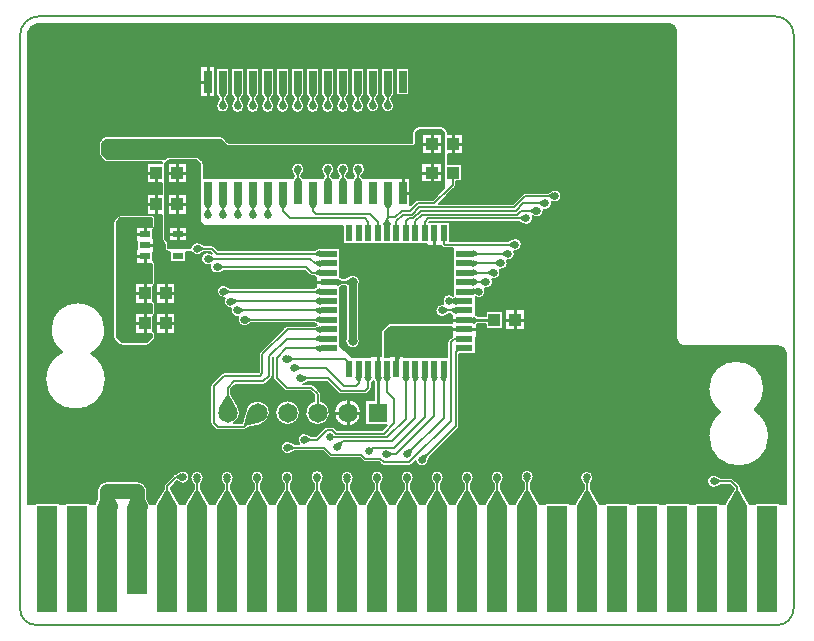
<source format=gbr>
G04 DesignSpark PCB PRO Gerber Version 10.0 Build 5299*
%FSLAX35Y35*%
%MOIN*%
%ADD89R,0.02362X0.05807*%
%ADD92R,0.02559X0.07567*%
%ADD90R,0.03940X0.04330*%
%ADD18R,0.06693X0.29528*%
%ADD17R,0.06693X0.35433*%
%ADD86R,0.06496X0.06496*%
%ADD13C,0.00500*%
%ADD84C,0.00602*%
%ADD11C,0.01000*%
%ADD15C,0.02500*%
%ADD16C,0.02677*%
%ADD14C,0.03200*%
%ADD85C,0.04800*%
%ADD10C,0.05000*%
%ADD91R,0.03543X0.02362*%
%ADD88R,0.05807X0.02362*%
%ADD93R,0.04291X0.03937*%
%ADD87C,0.06496*%
X0Y0D02*
D02*
D10*
X165989Y49399D02*
X165142Y47933D01*
X166835D01*
X165989Y49399D01*
G36*
X165989Y49399D02*
X165142Y47933D01*
X166835D01*
X165989Y49399D01*
G37*
X175989Y33169D02*
Y52690D01*
X165989D01*
Y30217D01*
X175989Y49399D02*
X175142Y47933D01*
X176835D01*
X175989Y49399D01*
G36*
X175989Y49399D02*
X175142Y47933D01*
X176835D01*
X175989Y49399D01*
G37*
D02*
D11*
X177085Y108679D02*
X175083D01*
X177085Y118679D02*
X175083D01*
X177268Y131060D02*
X175268D01*
X177268Y138540D02*
X175268D01*
X178540Y130379D02*
Y128378D01*
Y139221D02*
Y141220D01*
X178555Y107014D02*
Y105014D01*
Y110344D02*
Y112343D01*
Y117014D02*
Y115014D01*
Y120344D02*
Y122343D01*
X179811Y134800D02*
X181811D01*
X180954Y148404D02*
X178953D01*
X180954Y158887D02*
X178953D01*
X182424Y146739D02*
Y144740D01*
Y150069D02*
Y152067D01*
Y157222D02*
Y155220D01*
X184085Y108679D02*
X182083D01*
X184085Y118679D02*
X182083D01*
X185555Y107014D02*
Y105014D01*
Y110344D02*
Y112343D01*
Y117014D02*
Y115014D01*
Y120344D02*
Y122343D01*
X187025Y108679D02*
X189024D01*
X187025Y118679D02*
X189024D01*
X187954Y148404D02*
X185953D01*
X187954Y158887D02*
X185953D01*
X188292Y138540D02*
X186292D01*
X189424Y146739D02*
Y144740D01*
Y150069D02*
Y152067D01*
Y157222D02*
Y155220D01*
Y160552D02*
Y162551D01*
X189563Y137859D02*
Y135858D01*
Y139221D02*
Y141220D01*
X190835Y138540D02*
X192835D01*
X190894Y148404D02*
X192894D01*
X190894Y158887D02*
X192894D01*
X198743Y189302D02*
X196743D01*
X199522Y186019D02*
Y184020D01*
Y192586D02*
Y194587D01*
X237451Y122477D02*
X235451D01*
X239855D02*
X247817D01*
X247826Y122487D01*
X243376Y78930D02*
X241376D01*
X243938Y122477D02*
X242758Y123158D01*
Y121796D01*
X243938Y122477D01*
G36*
X243938Y122477D02*
X242758Y123158D01*
Y121796D01*
X243938Y122477D01*
G37*
X245626D02*
X247272Y123437D01*
G75*
G03*
X247280Y121531I554J-950D01*
G01*
X245626Y122477D01*
G36*
X245626Y122477D02*
X247272Y123437D01*
G75*
G03*
X247280Y121531I554J-950D01*
G01*
X245626Y122477D01*
G37*
X246124Y76182D02*
Y74182D01*
Y81678D02*
Y83678D01*
X248872Y78930D02*
X250872D01*
X256146Y89504D02*
X256827Y90684D01*
X255465D01*
X256146Y89504D01*
G36*
X256146Y89504D02*
X256827Y90684D01*
X255465D01*
X256146Y89504D01*
G37*
Y93587D02*
Y78952D01*
X256124Y78930D01*
X256146Y95991D02*
Y97992D01*
X262445Y95991D02*
Y97992D01*
X262489Y96948D02*
X261536Y98598D01*
G75*
G03*
X263442I953J550D01*
G01*
X262489Y96948D01*
G36*
X262489Y96948D02*
X261536Y98598D01*
G75*
G03*
X263442I953J550D01*
G01*
X262489Y96948D01*
G37*
Y99148D02*
Y93631D01*
X262445Y93587D01*
X264522Y155468D02*
Y157469D01*
X265302Y152184D02*
X267302D01*
X272508Y158887D02*
X270508D01*
X272809Y168497D02*
X270807D01*
X274154Y157419D02*
Y155417D01*
Y160356D02*
Y162354D01*
X274279Y166832D02*
Y164831D01*
Y170162D02*
Y172161D01*
X275044Y136365D02*
Y134366D01*
X275749Y168497D02*
X277748D01*
X275800Y158887D02*
X277800D01*
X281279Y166832D02*
Y164831D01*
Y170162D02*
Y172161D01*
X282632Y106729D02*
X280632D01*
X282632Y109879D02*
X280632D01*
X282749Y168497D02*
X284748D01*
X285036Y109879D02*
X294911D01*
X294996Y109964D01*
X287439Y106729D02*
X289439D01*
X289119Y109879D02*
X287939Y110560D01*
Y109198D01*
X289119Y109879D01*
G36*
X289119Y109879D02*
X287939Y110560D01*
Y109198D01*
X289119Y109879D01*
G37*
X300526Y109964D02*
X298526D01*
X301996Y108299D02*
Y106299D01*
Y111629D02*
Y113630D01*
X303466Y109964D02*
X305465D01*
D02*
D13*
X139522Y205462D02*
Y48583D01*
X141790D01*
Y48785D01*
X150187D01*
Y48583D01*
X151790D01*
Y48785D01*
X160187D01*
Y48583D01*
X161790D01*
Y48785D01*
X161900D01*
G75*
G02*
X162239Y49609I3242J-853D01*
G01*
X162636Y50297D01*
Y52690D01*
G75*
G02*
X165989Y56043I3352J0D01*
G01*
X175989D01*
G75*
G02*
X179341Y52690I0J-3352D01*
G01*
Y50297D01*
X179738Y49609D01*
G75*
G02*
X180077Y48785I-2903J-1676D01*
G01*
X180187D01*
Y48583D01*
X181790D01*
Y48785D01*
X182104D01*
X184835Y53516D01*
Y54470D01*
G75*
G02*
X185174Y55287I1154J0D01*
G01*
X188161Y58273D01*
G75*
G02*
X188881Y58608I817J-814D01*
G01*
X190177Y59356D01*
G75*
G02*
X190196Y59367I594J-1034D01*
G01*
G75*
G02*
X193463Y57459I1076J-1908D01*
G01*
G75*
G02*
X190196Y55550I-2191J0D01*
G01*
G75*
G02*
X190177Y55561I575J1044D01*
G01*
X189248Y56097D01*
X187142Y53992D01*
Y53516D01*
X189874Y48785D01*
X190187D01*
Y48583D01*
X191790D01*
Y48785D01*
X192104D01*
X194835Y53516D01*
Y54986D01*
X194082Y56263D01*
G75*
G02*
X194074Y56275I1030J620D01*
G01*
G75*
G02*
X193778Y57376I1895J1101D01*
G01*
G75*
G02*
X198160I2191J0D01*
G01*
G75*
G02*
X197863Y56274I-2191J0D01*
G01*
X197142Y54998D01*
Y53516D01*
X199874Y48785D01*
X200187D01*
Y48583D01*
X201790D01*
Y48785D01*
X202104D01*
X204835Y53516D01*
Y54950D01*
X204091Y56239D01*
G75*
G02*
X204080Y56257I1034J594D01*
G01*
G75*
G02*
X203798Y57334I1909J1077D01*
G01*
G75*
G02*
X208180I2191J0D01*
G01*
G75*
G02*
X207897Y56257I-2191J0D01*
G01*
G75*
G02*
X207886Y56239I-1044J575D01*
G01*
X207142Y54950D01*
Y53516D01*
X209874Y48785D01*
X210187D01*
Y48583D01*
X211790D01*
Y48785D01*
X212104D01*
X214835Y53516D01*
Y55117D01*
X214091Y56406D01*
G75*
G02*
X214080Y56424I1034J594D01*
G01*
G75*
G02*
X213798Y57501I1909J1077D01*
G01*
G75*
G02*
X218180I2191J0D01*
G01*
G75*
G02*
X217897Y56424I-2191J0D01*
G01*
G75*
G02*
X217886Y56406I-1044J575D01*
G01*
X217142Y55117D01*
Y53516D01*
X219874Y48785D01*
X220187D01*
Y48583D01*
X221790D01*
Y48785D01*
X222104D01*
X224835Y53516D01*
Y55107D01*
X224076Y56375D01*
G75*
G02*
X224068Y56388I1005J600D01*
G01*
G75*
G02*
X223764Y57501I1887J1113D01*
G01*
G75*
G02*
X228146I2191J0D01*
G01*
G75*
G02*
X227876Y56448I-2191J0D01*
G01*
G75*
G02*
X227870Y56436I-1041J567D01*
G01*
X227142Y55127D01*
Y53516D01*
X229874Y48785D01*
X230187D01*
Y48583D01*
X231790D01*
Y48785D01*
X232104D01*
X234835Y53516D01*
Y55241D01*
X234091Y56530D01*
G75*
G02*
X234080Y56549I1034J594D01*
G01*
G75*
G02*
X233798Y57626I1909J1077D01*
G01*
G75*
G02*
X238180I2191J0D01*
G01*
G75*
G02*
X237897Y56549I-2191J0D01*
G01*
G75*
G02*
X237886Y56530I-1044J575D01*
G01*
X237142Y55241D01*
Y53516D01*
X239874Y48785D01*
X240187D01*
Y48583D01*
X241790D01*
Y48785D01*
X242104D01*
X244835Y53516D01*
Y54950D01*
X244091Y56239D01*
G75*
G02*
X244080Y56257I1034J594D01*
G01*
G75*
G02*
X243798Y57334I1909J1077D01*
G01*
G75*
G02*
X248180I2191J0D01*
G01*
G75*
G02*
X247897Y56257I-2191J0D01*
G01*
G75*
G02*
X247886Y56239I-1044J575D01*
G01*
X247142Y54950D01*
Y53516D01*
X249874Y48785D01*
X250187D01*
Y48583D01*
X251790D01*
Y48785D01*
X252104D01*
X254835Y53516D01*
Y55117D01*
X254091Y56406D01*
G75*
G02*
X254080Y56424I1034J594D01*
G01*
G75*
G02*
X253798Y57501I1909J1077D01*
G01*
G75*
G02*
X258180I2191J0D01*
G01*
G75*
G02*
X257897Y56424I-2191J0D01*
G01*
G75*
G02*
X257886Y56406I-1044J575D01*
G01*
X257142Y55117D01*
Y53516D01*
X259874Y48785D01*
X260187D01*
Y48583D01*
X261790D01*
Y48785D01*
X262104D01*
X264835Y53516D01*
Y55117D01*
X264091Y56406D01*
G75*
G02*
X264080Y56424I1034J594D01*
G01*
G75*
G02*
X263798Y57501I1909J1077D01*
G01*
G75*
G02*
X268180I2191J0D01*
G01*
G75*
G02*
X267897Y56424I-2191J0D01*
G01*
G75*
G02*
X267886Y56406I-1044J575D01*
G01*
X267142Y55117D01*
Y53516D01*
X269874Y48785D01*
X270187D01*
Y48583D01*
X271790D01*
Y48785D01*
X272104D01*
X274835Y53516D01*
Y55117D01*
X274091Y56406D01*
G75*
G02*
X274080Y56424I1034J594D01*
G01*
G75*
G02*
X273798Y57501I1909J1077D01*
G01*
G75*
G02*
X278180I2191J0D01*
G01*
G75*
G02*
X277897Y56424I-2191J0D01*
G01*
G75*
G02*
X277886Y56406I-1044J575D01*
G01*
X277142Y55117D01*
Y53516D01*
X279874Y48785D01*
X280187D01*
Y48583D01*
X281790D01*
Y48785D01*
X282104D01*
X284835Y53516D01*
Y55117D01*
X284091Y56406D01*
G75*
G02*
X284080Y56424I1034J594D01*
G01*
G75*
G02*
X283798Y57501I1909J1077D01*
G01*
G75*
G02*
X288180I2191J0D01*
G01*
G75*
G02*
X287897Y56424I-2191J0D01*
G01*
G75*
G02*
X287886Y56406I-1044J575D01*
G01*
X287142Y55117D01*
Y53516D01*
X289874Y48785D01*
X290187D01*
Y48583D01*
X291790D01*
Y48785D01*
X292104D01*
X294835Y53516D01*
Y55117D01*
X294091Y56406D01*
G75*
G02*
X294080Y56424I1034J594D01*
G01*
G75*
G02*
X293798Y57501I1909J1077D01*
G01*
G75*
G02*
X298180I2191J0D01*
G01*
G75*
G02*
X297897Y56424I-2191J0D01*
G01*
G75*
G02*
X297886Y56406I-1044J575D01*
G01*
X297142Y55117D01*
Y53516D01*
X299874Y48785D01*
X300187D01*
Y48583D01*
X301790D01*
Y48785D01*
X302104D01*
X304835Y53516D01*
Y55366D01*
X304091Y56655D01*
G75*
G02*
X304080Y56674I1034J594D01*
G01*
G75*
G02*
X303798Y57750I1909J1077D01*
G01*
G75*
G02*
X308180I2191J0D01*
G01*
G75*
G02*
X307897Y56674I-2191J0D01*
G01*
G75*
G02*
X307886Y56655I-1044J575D01*
G01*
X307142Y55366D01*
Y53516D01*
X309874Y48785D01*
X310187D01*
Y48583D01*
X311790D01*
Y48785D01*
X320187D01*
Y48583D01*
X321790D01*
Y48785D01*
X322104D01*
X324835Y53516D01*
Y54908D01*
X324039Y56069D01*
G75*
G02*
X323637Y57334I1789J1265D01*
G01*
G75*
G02*
X328019I2191J0D01*
G01*
G75*
G02*
X327788Y56356I-2191J0D01*
G01*
X327142Y55004D01*
Y53516D01*
X329874Y48785D01*
X330187D01*
Y48583D01*
X331790D01*
Y48785D01*
X340187D01*
Y48583D01*
X341790D01*
Y48785D01*
X350187D01*
Y48583D01*
X351790D01*
Y48785D01*
X360187D01*
Y48583D01*
X361790D01*
Y48785D01*
X370187D01*
Y48583D01*
X371790D01*
Y48785D01*
X372104D01*
X374835Y53516D01*
Y53557D01*
X373460Y54932D01*
X370520D01*
X369231Y54188D01*
G75*
G02*
X369213Y54178I-594J1034D01*
G01*
G75*
G02*
X365945Y56086I-1076J1908D01*
G01*
G75*
G02*
X369213Y57994I2191J0D01*
G01*
G75*
G02*
X369231Y57983I-575J-1044D01*
G01*
X370520Y57239D01*
X373938D01*
G75*
G02*
X374755Y56900I0J-1154D01*
G01*
X376803Y54852D01*
G75*
G02*
X377142Y54035I-814J-817D01*
G01*
Y53516D01*
X379874Y48785D01*
X380187D01*
Y48583D01*
X381790D01*
Y48785D01*
X390187D01*
Y48583D01*
X392348D01*
Y98583D01*
G75*
G03*
X389848Y101083I-2500J0D01*
G01*
X358272D01*
G75*
G02*
X355772Y103583I0J2500D01*
G01*
Y206083D01*
G75*
G03*
X353272Y208583I-2500J0D01*
G01*
X142764D01*
G75*
G03*
X139522Y205462I487J-3750D01*
G01*
X381754Y79817D02*
G75*
G02*
X386644Y71161I-5215J-8655D01*
G01*
G75*
G02*
X366435I-10104J0D01*
G01*
G75*
G02*
X370448Y79223I10104J0D01*
G01*
G75*
G02*
X366396Y86909I5265J7687D01*
G01*
G75*
G02*
X385030I9317J0D01*
G01*
G75*
G02*
X381754Y79817I-9317J0D01*
G01*
X160750Y98656D02*
G75*
G02*
X165542Y90061I-5313J-8595D01*
G01*
G75*
G02*
X145333I-10104J0D01*
G01*
G75*
G02*
X151009Y99143I10104J0D01*
G01*
G75*
G02*
X147144Y106596I5256J7454D01*
G01*
G75*
G02*
X165384I9120J0D01*
G01*
G75*
G02*
X160750Y98656I-9120J0D01*
G01*
X314021Y152978D02*
G75*
G02*
X317463Y151179I1251J-1799D01*
G01*
G75*
G02*
X314305Y149213I-2191J0D01*
G01*
X314139Y149293D01*
G75*
G02*
X311446Y146569I-2103J-614D01*
G01*
G75*
G02*
X311481Y146179I-2157J-391D01*
G01*
G75*
G02*
X308214Y144270I-2191J0D01*
G01*
G75*
G02*
X308195Y144281I575J1044D01*
G01*
X307799Y144509D01*
G75*
G02*
X304696Y141770I-2027J-831D01*
G01*
G75*
G02*
X304677Y141781I575J1044D01*
G01*
X303388Y142525D01*
X273389D01*
X273388Y142524D01*
X280227D01*
Y136082D01*
X299667D01*
X300956Y136826D01*
G75*
G02*
X300975Y136837I594J-1034D01*
G01*
G75*
G02*
X304243Y134929I1076J-1908D01*
G01*
G75*
G02*
X301704Y132766I-2191J0D01*
G01*
G75*
G02*
X299259Y129776I-2024J-840D01*
G01*
G75*
G02*
X296876Y126629I-1950J-1000D01*
G01*
G75*
G02*
X294386Y123487I-1938J-1022D01*
G01*
G75*
G02*
X291878Y120360I-1944J-1009D01*
G01*
G75*
G02*
X288869Y117419I-1932J-1032D01*
G01*
G75*
G02*
X288850Y117430I557J1013D01*
G01*
X288792Y117464D01*
Y111630D01*
X289481Y111231D01*
X292174D01*
Y112980D01*
X297819D01*
Y106947D01*
X292174D01*
Y108526D01*
X289481D01*
X289189Y108357D01*
Y104299D01*
X288792D01*
Y98398D01*
X283363D01*
Y74437D01*
G75*
G02*
X283023Y73620I-1154J0D01*
G01*
X273476Y64074D01*
X273099Y62665D01*
G75*
G02*
X268824Y62792I-2123J540D01*
G01*
X267550Y61519D01*
G75*
G02*
X266733Y61179I-817J814D01*
G01*
X258272D01*
G75*
G02*
X257455Y61519I0J1154D01*
G01*
X256544Y62429D01*
X252022D01*
G75*
G02*
X251205Y62769I0J1154D01*
G01*
X250294Y63679D01*
X240772D01*
G75*
G02*
X239955Y64019I0J1154D01*
G01*
X237809Y66165D01*
X228494D01*
X227206Y65420D01*
G75*
G02*
X227187Y65410I-594J1034D01*
G01*
G75*
G02*
X223919Y67318I-1076J1908D01*
G01*
G75*
G02*
X227187Y69226I2191J0D01*
G01*
G75*
G02*
X227206Y69216I-575J-1044D01*
G01*
X228494Y68472D01*
X230036D01*
G75*
G02*
X232739Y71847I1627J1467D01*
G01*
G75*
G02*
X232758Y71837I-575J-1044D01*
G01*
X234047Y71093D01*
X235622D01*
X238403Y73873D01*
G75*
G02*
X239220Y74213I817J-814D01*
G01*
X241087D01*
G75*
G02*
X241904Y73873I0J-1154D01*
G01*
X242688Y73089D01*
X257707D01*
X259448Y74831D01*
X252024D01*
Y83031D01*
X254794D01*
Y89142D01*
X254556Y89554D01*
X254150Y88851D01*
Y87153D01*
G75*
G02*
X253811Y86336I-1154J0D01*
G01*
X252839Y85365D01*
G75*
G02*
X252022Y85025I-817J814D01*
G01*
X243893D01*
G75*
G02*
X243076Y85365I0J1154D01*
G01*
X239187Y89253D01*
X232799D01*
X231510Y88509D01*
G75*
G02*
X231491Y88498I-594J1034D01*
G01*
G75*
G02*
X231380Y88440I-1077J1910D01*
G01*
X234002D01*
G75*
G02*
X234819Y88101I0J-1154D01*
G01*
X236938Y85982D01*
G75*
G02*
X237278Y85165I-814J-817D01*
G01*
Y82865D01*
G75*
G02*
X236124Y74830I-1154J-3935D01*
G01*
G75*
G02*
X234970Y82865I0J4100D01*
G01*
Y84687D01*
X233524Y86133D01*
X225797D01*
G75*
G02*
X224980Y86472I0J1154D01*
G01*
X221643Y89809D01*
G75*
G02*
X221304Y90626I814J817D01*
G01*
Y97152D01*
G75*
G02*
X221337Y97424I1153J0D01*
G01*
X221148Y97236D01*
Y91307D01*
G75*
G02*
X220809Y90491I-1154J0D01*
G01*
X218876Y88557D01*
G75*
G02*
X218059Y88218I-817J814D01*
G01*
X208724D01*
X207278Y86772D01*
Y85133D01*
X209649Y81025D01*
G75*
G02*
X208318Y75466I-3525J-2094D01*
G01*
X210951D01*
X212149Y79937D01*
G75*
G02*
X220224Y78930I3975J-1007D01*
G01*
G75*
G02*
X217131Y74956I-4100J0D01*
G01*
X212554Y73729D01*
X212323Y73498D01*
G75*
G02*
X211506Y73159I-817J814D01*
G01*
X202833D01*
G75*
G02*
X202016Y73498I0J1154D01*
G01*
X200771Y74744D01*
G75*
G02*
X200431Y75561I814J817D01*
G01*
Y87749D01*
G75*
G02*
X200771Y88566I1154J0D01*
G01*
X204263Y92058D01*
G75*
G02*
X205080Y92397I817J-814D01*
G01*
X216458D01*
X216595Y92534D01*
Y98400D01*
G75*
G02*
X216934Y99217I1154J0D01*
G01*
X224945Y107228D01*
G75*
G02*
X225985Y107883I1040J-499D01*
G01*
X235119D01*
X235848Y108304D01*
X235119Y108725D01*
X214078D01*
X212789Y107981D01*
G75*
G02*
X212770Y107970I-594J1034D01*
G01*
G75*
G02*
X209744Y110878I-1076J1908D01*
G01*
G75*
G02*
X207278Y113815I-422J2150D01*
G01*
G75*
G02*
X205249Y117205I-202J2182D01*
G01*
G75*
G02*
X202514Y119328I-544J2122D01*
G01*
G75*
G02*
X205781Y121236I2191J0D01*
G01*
G75*
G02*
X205800Y121225I-575J-1044D01*
G01*
X207089Y120481D01*
X235119D01*
X235701Y120818D01*
Y124137D01*
X235119Y124473D01*
X234263D01*
G75*
G02*
X233446Y124813I0J1154D01*
G01*
X231933Y126325D01*
X204843D01*
X203554Y125581D01*
G75*
G02*
X203535Y125570I-594J1034D01*
G01*
G75*
G02*
X200407Y128247I-1076J1908D01*
G01*
G75*
G02*
X197272Y130224I-944J1978D01*
G01*
G75*
G02*
X200540Y132133I2191J0D01*
G01*
G75*
G02*
X200559Y132122I-575J-1044D01*
G01*
X200839Y131961D01*
X200358Y132441D01*
X198353D01*
X197064Y131696D01*
G75*
G02*
X197045Y131686I-594J1034D01*
G01*
G75*
G02*
X194016Y132602I-1076J1908D01*
G01*
G75*
G02*
X193779Y132576I-236J1077D01*
G01*
X192187D01*
Y129028D01*
X186939D01*
Y132576D01*
X186526D01*
G75*
G02*
X185742Y132899I-4J1103D01*
G01*
X185544Y133097D01*
G75*
G02*
X185303Y134295I780J780D01*
G01*
G75*
G03*
X185401Y134800I-1251J505D01*
G01*
Y134800D01*
G75*
G03*
X184723Y135970I-1349J0D01*
G01*
G75*
G02*
X184169Y136927I549J957D01*
G01*
Y144988D01*
X179205D01*
Y151819D01*
X184169D01*
Y155472D01*
X179205D01*
Y162303D01*
X184235D01*
G75*
G02*
X184276Y162402I1037J-376D01*
G01*
X165896D01*
G75*
G02*
X165115Y162726I0J1103D01*
G01*
X163493Y164346D01*
G75*
G02*
X163169Y165127I779J781D01*
G01*
Y168742D01*
G75*
G02*
Y168744I367J1D01*
G01*
Y168744D01*
G75*
G02*
X163492Y169524I1103J0D01*
G01*
X164742Y170774D01*
G75*
G02*
X165524Y171097I780J-780D01*
G01*
X203826D01*
G75*
G02*
X204608Y170772I0J-1103D01*
G01*
X206093Y169287D01*
G75*
G02*
X206102Y169278I-780J-789D01*
G01*
G75*
G02*
X206111Y169269I-778J-786D01*
G01*
X206598Y168781D01*
X267481D01*
G75*
G02*
X267491Y168791I762J-752D01*
G01*
X267681Y168981D01*
G75*
G02*
X267690Y168990I786J-776D01*
G01*
Y172241D01*
G75*
G02*
X268015Y173023I1103J0D01*
G01*
X269009Y174017D01*
G75*
G02*
X269791Y174342I781J-778D01*
G01*
X277440D01*
G75*
G02*
X278220Y174019I0J-1103D01*
G01*
X279181Y173059D01*
G75*
G02*
X279506Y172278I-779J-781D01*
G01*
Y171913D01*
X284500D01*
Y165083D01*
X279506D01*
Y161709D01*
X284152D01*
Y156067D01*
X282307D01*
Y154805D01*
G75*
G02*
X281968Y153988I-1154J0D01*
G01*
X281097Y153117D01*
G75*
G02*
X281026Y153052I-819J812D01*
G01*
X276570Y148595D01*
X301263D01*
X304507Y151839D01*
G75*
G02*
X305324Y152178I817J-814D01*
G01*
X312848D01*
X314021Y152978D01*
X298776Y113378D02*
X305217D01*
Y106549D01*
X298776D01*
Y113378D01*
X241626Y78930D02*
G75*
G02*
X250622I4498J0D01*
G01*
G75*
G02*
X241626I-4498J0D01*
G01*
X226124Y83031D02*
G75*
G02*
X230224Y78930I0J-4100D01*
G01*
G75*
G02*
X226124Y74830I-4100J0D01*
G01*
G75*
G02*
X222024Y78930I0J4100D01*
G01*
G75*
G02*
X226124Y83031I4100J0D01*
G01*
X182335Y112094D02*
X188776D01*
Y105264D01*
X182335D01*
Y112094D01*
Y122094D02*
X188776D01*
Y115264D01*
X182335D01*
Y122094D01*
X180931Y144781D02*
G75*
G02*
X182034Y143679I0J-1102D01*
G01*
Y140972D01*
G75*
G02*
X181164Y139895I-1102J0D01*
G01*
Y137232D01*
X181561D01*
Y132370D01*
X181164D01*
Y129707D01*
G75*
G02*
X182034Y128630I-232J-1078D01*
G01*
Y122094D01*
G75*
G02*
X181378Y121087I-1102J0D01*
G01*
Y116272D01*
G75*
G02*
X182034Y115264I-447J-1008D01*
G01*
Y112094D01*
G75*
G02*
X181378Y111087I-1102J0D01*
G01*
Y106272D01*
G75*
G02*
X182034Y105264I-447J-1008D01*
G01*
Y104051D01*
G75*
G02*
X181711Y103272I-1102J0D01*
G01*
X180089Y101649D01*
G75*
G02*
X179308Y101326I-780J780D01*
G01*
X170824D01*
G75*
G02*
X170043Y101649I-1J1102D01*
G01*
X168420Y103272D01*
G75*
G02*
X168098Y104051I780J780D01*
G01*
Y142429D01*
G75*
G02*
X168420Y143208I1102J0D01*
G01*
X169670Y144458D01*
G75*
G02*
X170451Y144781I780J-780D01*
G01*
X180931D01*
X196993Y194335D02*
X202052D01*
Y184268D01*
X196993D01*
Y194335D01*
X206430Y182178D02*
G75*
G02*
X206713Y181102I-1909J-1077D01*
G01*
G75*
G02*
X202331I-2191J0D01*
G01*
G75*
G02*
X202614Y182178I2191J0D01*
G01*
G75*
G02*
X202624Y182197I1044J-575D01*
G01*
X203369Y183486D01*
Y183516D01*
X202704Y184667D01*
X202390D01*
Y193938D01*
X206654D01*
Y184667D01*
X206340D01*
X205676Y183516D01*
Y183486D01*
X206420Y182197D01*
G75*
G02*
X206430Y182178I-1034J-594D01*
G01*
X211430Y182090D02*
G75*
G02*
X211713Y181014I-1909J-1077D01*
G01*
G75*
G02*
X207331I-2191J0D01*
G01*
G75*
G02*
X207614Y182090I2191J0D01*
G01*
G75*
G02*
X207624Y182109I1044J-575D01*
G01*
X208369Y183398D01*
Y183516D01*
X207704Y184667D01*
X207390D01*
Y193938D01*
X211654D01*
Y184667D01*
X211340D01*
X210676Y183516D01*
Y183398D01*
X211420Y182109D01*
G75*
G02*
X211430Y182090I-1034J-594D01*
G01*
X216430D02*
G75*
G02*
X216713Y181014I-1909J-1077D01*
G01*
G75*
G02*
X212331I-2191J0D01*
G01*
G75*
G02*
X212614Y182090I2191J0D01*
G01*
G75*
G02*
X212624Y182109I1044J-575D01*
G01*
X213369Y183398D01*
Y183516D01*
X212704Y184667D01*
X212390D01*
Y193938D01*
X216654D01*
Y184667D01*
X216340D01*
X215676Y183516D01*
Y183398D01*
X216420Y182109D01*
G75*
G02*
X216430Y182090I-1034J-594D01*
G01*
X221430D02*
G75*
G02*
X221713Y181014I-1909J-1077D01*
G01*
G75*
G02*
X217331I-2191J0D01*
G01*
G75*
G02*
X217614Y182090I2191J0D01*
G01*
G75*
G02*
X217624Y182109I1044J-575D01*
G01*
X218369Y183398D01*
Y183516D01*
X217704Y184667D01*
X217390D01*
Y193938D01*
X221654D01*
Y184667D01*
X221340D01*
X220676Y183516D01*
Y183398D01*
X221420Y182109D01*
G75*
G02*
X221430Y182090I-1034J-594D01*
G01*
X226384Y182112D02*
G75*
G02*
X226679Y181014I-1897J-1098D01*
G01*
G75*
G02*
X222297I-2191J0D01*
G01*
G75*
G02*
X222619Y182157I2191J0D01*
G01*
X223369Y183407D01*
Y183516D01*
X222704Y184667D01*
X222390D01*
Y193938D01*
X226654D01*
Y184667D01*
X226340D01*
X225676Y183516D01*
Y183387D01*
X226384Y182112D01*
X231385Y182095D02*
G75*
G02*
X231671Y181014I-1906J-1081D01*
G01*
G75*
G02*
X227289I-2191J0D01*
G01*
G75*
G02*
X227618Y182169I2191J0D01*
G01*
X228369Y183409D01*
Y183516D01*
X227704Y184667D01*
X227390D01*
Y193938D01*
X231654D01*
Y184667D01*
X231340D01*
X230676Y183516D01*
Y183385D01*
X231385Y182095D01*
X236430Y182090D02*
G75*
G02*
X236713Y181014I-1909J-1077D01*
G01*
G75*
G02*
X232331I-2191J0D01*
G01*
G75*
G02*
X232614Y182090I2191J0D01*
G01*
G75*
G02*
X232624Y182109I1044J-575D01*
G01*
X233369Y183398D01*
Y183516D01*
X232704Y184667D01*
X232390D01*
Y193938D01*
X236654D01*
Y184667D01*
X236340D01*
X235676Y183516D01*
Y183398D01*
X236420Y182109D01*
G75*
G02*
X236430Y182090I-1034J-594D01*
G01*
X241430D02*
G75*
G02*
X241713Y181014I-1909J-1077D01*
G01*
G75*
G02*
X237331I-2191J0D01*
G01*
G75*
G02*
X237614Y182090I2191J0D01*
G01*
G75*
G02*
X237624Y182109I1044J-575D01*
G01*
X238369Y183398D01*
Y183516D01*
X237704Y184667D01*
X237390D01*
Y193938D01*
X241654D01*
Y184667D01*
X241340D01*
X240676Y183516D01*
Y183398D01*
X241420Y182109D01*
G75*
G02*
X241430Y182090I-1034J-594D01*
G01*
X246430D02*
G75*
G02*
X246713Y181014I-1909J-1077D01*
G01*
G75*
G02*
X242331I-2191J0D01*
G01*
G75*
G02*
X242614Y182090I2191J0D01*
G01*
G75*
G02*
X242624Y182109I1044J-575D01*
G01*
X243369Y183398D01*
Y183516D01*
X242704Y184667D01*
X242390D01*
Y193938D01*
X246654D01*
Y184667D01*
X246340D01*
X245676Y183516D01*
Y183398D01*
X246420Y182109D01*
G75*
G02*
X246430Y182090I-1034J-594D01*
G01*
X251430D02*
G75*
G02*
X251713Y181014I-1909J-1077D01*
G01*
G75*
G02*
X247331I-2191J0D01*
G01*
G75*
G02*
X247614Y182090I2191J0D01*
G01*
G75*
G02*
X247624Y182109I1044J-575D01*
G01*
X248369Y183398D01*
Y183516D01*
X247704Y184667D01*
X247390D01*
Y193938D01*
X251654D01*
Y184667D01*
X251340D01*
X250676Y183516D01*
Y183398D01*
X251420Y182109D01*
G75*
G02*
X251430Y182090I-1034J-594D01*
G01*
X256430Y182303D02*
G75*
G02*
X256713Y181227I-1909J-1077D01*
G01*
G75*
G02*
X252331I-2191J0D01*
G01*
G75*
G02*
X252614Y182303I2191J0D01*
G01*
G75*
G02*
X252624Y182322I1044J-575D01*
G01*
X253341Y183563D01*
X252704Y184667D01*
X252390D01*
Y193938D01*
X256654D01*
Y184667D01*
X256340D01*
X255703Y183563D01*
X256420Y182322D01*
G75*
G02*
X256430Y182303I-1034J-594D01*
G01*
X261430D02*
G75*
G02*
X261713Y181227I-1909J-1077D01*
G01*
G75*
G02*
X257331I-2191J0D01*
G01*
G75*
G02*
X257614Y182303I2191J0D01*
G01*
G75*
G02*
X257624Y182322I1044J-575D01*
G01*
X258341Y183563D01*
X257704Y184667D01*
X257390D01*
Y193938D01*
X261654D01*
Y184667D01*
X261340D01*
X260703Y183563D01*
X261420Y182322D01*
G75*
G02*
X261430Y182303I-1034J-594D01*
G01*
X262390Y193937D02*
X266654D01*
Y184665D01*
X262390D01*
Y193937D01*
X139772Y78642D02*
G36*
X139772Y78642D02*
Y48833D01*
X161913D01*
G75*
G02*
X162239Y49609I3236J-902D01*
G01*
X162636Y50297D01*
Y52690D01*
G75*
G02*
X165989Y56043I3352J0D01*
G01*
X175989D01*
G75*
G02*
X179341Y52690I0J-3352D01*
G01*
Y50297D01*
X179738Y49609D01*
G75*
G02*
X180064Y48833I-2910J-1678D01*
G01*
X182131D01*
X184835Y53516D01*
Y54470D01*
G75*
G02*
X185174Y55287I1154J0D01*
G01*
X188161Y58273D01*
G75*
G02*
X188881Y58608I819J-817D01*
G01*
X190177Y59356D01*
G75*
G02*
X190196Y59367I177J-293D01*
G01*
G75*
G02*
X193463Y57459I1076J-1909D01*
G01*
G75*
G02*
X190196Y55550I-2191J0D01*
G01*
G75*
G02*
X190177Y55561I158J304D01*
G01*
X189248Y56097D01*
X187142Y53992D01*
Y53516D01*
X189846Y48833D01*
X192131D01*
X194835Y53516D01*
Y54986D01*
X194082Y56263D01*
G75*
G02*
X194074Y56275I133J87D01*
G01*
G75*
G02*
X193778Y57376I1900J1102D01*
G01*
G75*
G02*
X198160I2191J0D01*
G01*
Y57376D01*
G75*
G02*
X197863Y56274I-2190J0D01*
G01*
X197142Y54998D01*
Y53516D01*
X199846Y48833D01*
X202131D01*
X204835Y53516D01*
Y54950D01*
X204091Y56239D01*
G75*
G02*
X204080Y56257I293J177D01*
G01*
G75*
G02*
X203798Y57334I1915J1078D01*
G01*
G75*
G02*
X208180I2191J0D01*
G01*
G75*
G02*
X207897Y56257I-2198J2D01*
G01*
G75*
G02*
X207886Y56239I-304J158D01*
G01*
X207142Y54950D01*
Y53516D01*
X209846Y48833D01*
X212131D01*
X214835Y53516D01*
Y55117D01*
X214091Y56406D01*
G75*
G02*
X214080Y56424I293J177D01*
G01*
G75*
G02*
X213798Y57501I1915J1078D01*
G01*
G75*
G02*
X218180I2191J0D01*
G01*
G75*
G02*
X217897Y56424I-2198J2D01*
G01*
G75*
G02*
X217886Y56406I-304J158D01*
G01*
X217142Y55117D01*
Y53516D01*
X219846Y48833D01*
X222131D01*
X224835Y53516D01*
Y55107D01*
X224076Y56375D01*
X224068Y56388D01*
G75*
G02*
X223764Y57500I1884J1112D01*
G01*
G75*
G02*
Y57501I2051J0D01*
G01*
G75*
G02*
X228146I2191J0D01*
G01*
G75*
G02*
X227876Y56448I-2191J0D01*
G01*
G75*
G02*
X227870Y56436I-199J102D01*
G01*
X227142Y55127D01*
Y53516D01*
X229846Y48833D01*
X232131D01*
X234835Y53516D01*
Y55241D01*
X234091Y56530D01*
G75*
G02*
X234080Y56549I293J177D01*
G01*
G75*
G02*
X233798Y57626I1915J1078D01*
G01*
G75*
G02*
X238180I2191J0D01*
G01*
G75*
G02*
X237897Y56549I-2198J2D01*
G01*
G75*
G02*
X237886Y56530I-304J158D01*
G01*
X237142Y55241D01*
Y53516D01*
X239846Y48833D01*
X242131D01*
X244835Y53516D01*
Y54950D01*
X244091Y56239D01*
G75*
G02*
X244080Y56257I293J177D01*
G01*
G75*
G02*
X243798Y57334I1915J1078D01*
G01*
G75*
G02*
X248180I2191J0D01*
G01*
G75*
G02*
X247897Y56257I-2198J2D01*
G01*
G75*
G02*
X247886Y56239I-304J158D01*
G01*
X247142Y54950D01*
Y53516D01*
X249846Y48833D01*
X252131D01*
X254835Y53516D01*
Y55117D01*
X254091Y56406D01*
G75*
G02*
X254080Y56424I293J177D01*
G01*
G75*
G02*
X253798Y57501I1915J1078D01*
G01*
G75*
G02*
X258180I2191J0D01*
G01*
G75*
G02*
X257897Y56424I-2198J2D01*
G01*
G75*
G02*
X257886Y56406I-304J158D01*
G01*
X257142Y55117D01*
Y53516D01*
X259846Y48833D01*
X262131D01*
X264835Y53516D01*
Y55117D01*
X264091Y56406D01*
G75*
G02*
X264080Y56424I293J177D01*
G01*
G75*
G02*
X263798Y57501I1915J1078D01*
G01*
G75*
G02*
X268180I2191J0D01*
G01*
G75*
G02*
X267897Y56424I-2198J2D01*
G01*
G75*
G02*
X267886Y56406I-304J158D01*
G01*
X267142Y55117D01*
Y53516D01*
X269846Y48833D01*
X272131D01*
X274835Y53516D01*
Y55117D01*
X274091Y56406D01*
G75*
G02*
X274080Y56424I293J177D01*
G01*
G75*
G02*
X273798Y57501I1915J1078D01*
G01*
G75*
G02*
X278180I2191J0D01*
G01*
G75*
G02*
X277897Y56424I-2198J2D01*
G01*
G75*
G02*
X277886Y56406I-304J158D01*
G01*
X277142Y55117D01*
Y53516D01*
X279846Y48833D01*
X282131D01*
X284835Y53516D01*
Y55117D01*
X284091Y56406D01*
G75*
G02*
X284080Y56424I293J177D01*
G01*
G75*
G02*
X283798Y57501I1915J1078D01*
G01*
G75*
G02*
X288180I2191J0D01*
G01*
G75*
G02*
X287897Y56424I-2198J2D01*
G01*
G75*
G02*
X287886Y56406I-304J158D01*
G01*
X287142Y55117D01*
Y53516D01*
X289846Y48833D01*
X292131D01*
X294835Y53516D01*
Y55117D01*
X294091Y56406D01*
G75*
G02*
X294080Y56424I293J177D01*
G01*
G75*
G02*
X293798Y57501I1915J1078D01*
G01*
G75*
G02*
X298180I2191J0D01*
G01*
G75*
G02*
X297897Y56424I-2198J2D01*
G01*
G75*
G02*
X297886Y56406I-304J158D01*
G01*
X297142Y55117D01*
Y53516D01*
X299846Y48833D01*
X302131D01*
X304835Y53516D01*
Y55366D01*
X304091Y56655D01*
G75*
G02*
X304080Y56674I293J177D01*
G01*
G75*
G02*
X303798Y57750I1915J1078D01*
G01*
G75*
G02*
X308180I2191J0D01*
G01*
G75*
G02*
X307897Y56674I-2198J2D01*
G01*
G75*
G02*
X307886Y56655I-304J158D01*
G01*
X307142Y55366D01*
Y53516D01*
X309846Y48833D01*
X322131D01*
X324835Y53516D01*
Y54908D01*
X324039Y56069D01*
G75*
G02*
X323637Y57334I1792J1267D01*
G01*
G75*
G02*
X328019I2191J0D01*
G01*
G75*
G02*
X327788Y56356I-2196J2D01*
G01*
X327142Y55004D01*
Y53516D01*
X329846Y48833D01*
X372131D01*
X374835Y53516D01*
Y53557D01*
X373460Y54932D01*
X370520D01*
X369231Y54188D01*
G75*
G02*
X369213Y54178I-177J293D01*
G01*
G75*
G02*
X365945Y56086I-1076J1909D01*
G01*
G75*
G02*
X369213Y57994I2191J0D01*
G01*
G75*
G02*
X369231Y57983I-158J-304D01*
G01*
X370520Y57239D01*
X373938D01*
G75*
G02*
X374755Y56900I0J-1154D01*
G01*
X376803Y54852D01*
G75*
G02*
X377142Y54035I-814J-817D01*
G01*
Y53516D01*
X379846Y48833D01*
X392098D01*
Y78642D01*
X383333D01*
G75*
G02*
X386644Y71161I-6793J-7480D01*
G01*
G75*
G02*
X366435I-10104J0D01*
G01*
G75*
G02*
X369747Y78642I10105J0D01*
G01*
X283363D01*
Y74437D01*
G75*
G02*
X283023Y73620I-1154J0D01*
G01*
X273476Y64074D01*
X273099Y62665D01*
G75*
G02*
X268824Y62792I-2123J540D01*
G01*
X267550Y61519D01*
G75*
G02*
X266733Y61179I-817J814D01*
G01*
X258272D01*
G75*
G02*
X257455Y61519I0J1154D01*
G01*
X256544Y62429D01*
X252022D01*
G75*
G02*
X251205Y62769I0J1154D01*
G01*
X250294Y63679D01*
X240772D01*
G75*
G02*
X239955Y64019I0J1154D01*
G01*
X237809Y66165D01*
X228494D01*
X227206Y65420D01*
G75*
G02*
X227187Y65410I-177J293D01*
G01*
G75*
G02*
X223919Y67318I-1076J1909D01*
G01*
G75*
G02*
X227187Y69226I2191J0D01*
G01*
G75*
G02*
X227206Y69216I-158J-304D01*
G01*
X228494Y68472D01*
X230036D01*
G75*
G02*
X229472Y69939I1627J1468D01*
G01*
G75*
G02*
X232739Y71847I2191J0D01*
G01*
G75*
G02*
X232758Y71837I-158J-304D01*
G01*
X234047Y71093D01*
X235622D01*
X238403Y73873D01*
G75*
G02*
X239220Y74213I817J-814D01*
G01*
X241087D01*
G75*
G02*
X241904Y73873I0J-1154D01*
G01*
X242688Y73089D01*
X257707D01*
X259448Y74831D01*
X252024D01*
Y78642D01*
X250613D01*
G75*
G02*
X241635I-4489J289D01*
G01*
X240214D01*
G75*
G02*
X236124Y74830I-4090J289D01*
G01*
G75*
G02*
X232034Y78642I0J4100D01*
G01*
X230214D01*
G75*
G02*
X226124Y74830I-4090J288D01*
G01*
G75*
G02*
X222034Y78642I0J4100D01*
G01*
X220214D01*
G75*
G02*
X217131Y74956I-4091J289D01*
G01*
X212554Y73729D01*
X212323Y73498D01*
G75*
G02*
X211506Y73159I-817J814D01*
G01*
X202833D01*
G75*
G02*
X202016Y73498I0J1154D01*
G01*
X200771Y74744D01*
G75*
G02*
X200431Y75561I814J817D01*
G01*
Y78642D01*
X139772D01*
G37*
X210215D02*
G36*
X210215Y78642D02*
G75*
G02*
X208318Y75466I-4090J289D01*
G01*
X210951D01*
X211802Y78642D01*
X210215D01*
G37*
X139772Y97836D02*
G36*
X139772Y97836D02*
Y78642D01*
X200431D01*
Y87749D01*
G75*
G02*
X200771Y88566I1154J0D01*
G01*
X204263Y92058D01*
G75*
G02*
X205080Y92397I817J-814D01*
G01*
X216458D01*
X216595Y92534D01*
Y97836D01*
X161890D01*
G75*
G02*
X165542Y90061I-6452J-7775D01*
G01*
Y90061D01*
G75*
G02*
X145333I-10104J0D01*
G01*
Y90061D01*
G75*
G02*
X148985Y97836I10104J0D01*
G01*
X139772D01*
G37*
X207278Y86772D02*
G36*
X207278Y86772D02*
Y85133D01*
X209649Y81025D01*
G75*
G02*
X210224Y78930I-3525J-2094D01*
G01*
G75*
G02*
X210215Y78642I-4101J-5D01*
G01*
X211802D01*
X212149Y79937D01*
G75*
G02*
X220224Y78930I3975J-1007D01*
G01*
G75*
G02*
X220214Y78642I-4102J1D01*
G01*
X222034D01*
G75*
G02*
X222024Y78930I4088J289D01*
G01*
G75*
G02*
Y78931I5013J1D01*
G01*
G75*
G02*
X226124Y83031I4100J0D01*
G01*
G75*
G02*
X230224Y78931I0J-4100D01*
G01*
G75*
G02*
Y78930I-5013J0D01*
G01*
G75*
G02*
X230214Y78642I-4098J1D01*
G01*
X232034D01*
G75*
G02*
X232024Y78930I4092J290D01*
G01*
G75*
G02*
X234970Y82865I4100J0D01*
G01*
Y84687D01*
X233524Y86133D01*
X225797D01*
G75*
G02*
X224980Y86472I0J1154D01*
G01*
X221643Y89809D01*
G75*
G02*
X221304Y90626I814J817D01*
G01*
Y97152D01*
G75*
G02*
X221337Y97424I1165J-2D01*
G01*
X221148Y97236D01*
Y91307D01*
G75*
G02*
X220809Y90491I-1154J0D01*
G01*
X218876Y88557D01*
G75*
G02*
X218059Y88218I-817J814D01*
G01*
X208724D01*
X207278Y86772D01*
G37*
X231491Y88498D02*
G36*
X231491Y88498D02*
G75*
G02*
X231380Y88440I-992J1750D01*
G01*
X234002D01*
G75*
G02*
X234819Y88101I0J-1154D01*
G01*
X236938Y85982D01*
G75*
G02*
X237278Y85165I-814J-817D01*
G01*
Y82865D01*
G75*
G02*
X240224Y78930I-1154J-3935D01*
G01*
G75*
G02*
X240214Y78642I-4102J1D01*
G01*
X241635D01*
G75*
G02*
X241626Y78930I4489J291D01*
G01*
G75*
G02*
X250622I4498J0D01*
G01*
G75*
G02*
X250613Y78642I-4499J3D01*
G01*
X252024D01*
Y83031D01*
X254794D01*
Y89142D01*
X254556Y89554D01*
X254150Y88851D01*
Y87153D01*
G75*
G02*
X253811Y86336I-1154J0D01*
G01*
X252839Y85365D01*
G75*
G02*
X252022Y85025I-817J814D01*
G01*
X243893D01*
G75*
G02*
X243076Y85365I0J1154D01*
G01*
X239187Y89253D01*
X232799D01*
X231510Y88509D01*
G75*
G02*
X231491Y88498I-177J293D01*
G01*
G37*
X283363Y97836D02*
G36*
X283363Y97836D02*
Y78642D01*
X369747D01*
G75*
G02*
X370448Y79223I6793J-7480D01*
G01*
G75*
G02*
X366396Y86909I5267J7687D01*
G01*
G75*
G02*
X385030I9317J0D01*
G01*
G75*
G02*
X381754Y79817I-9318J1D01*
G01*
G75*
G02*
X383333Y78642I-5215J-8656D01*
G01*
X392098D01*
Y97836D01*
X283363D01*
G37*
X139772Y109963D02*
G36*
X139772Y109963D02*
Y97836D01*
X148985D01*
G75*
G02*
X151009Y99143I6452J-7776D01*
G01*
G75*
G02*
X147144Y106596I5256J7454D01*
G01*
G75*
G02*
X147789Y109963I9120J0D01*
G01*
X139772D01*
G37*
X160750Y98656D02*
G36*
X160750Y98656D02*
G75*
G02*
X161890Y97836I-5313J-8596D01*
G01*
X216595D01*
Y98400D01*
G75*
G02*
X216934Y99217I1154J0D01*
G01*
X224945Y107228D01*
G75*
G02*
X225985Y107883I1040J-498D01*
G01*
X235119D01*
X235848Y108304D01*
X235119Y108725D01*
X214078D01*
X212789Y107981D01*
G75*
G02*
X212770Y107970I-177J293D01*
G01*
G75*
G02*
X209503Y109879I-1076J1908D01*
G01*
G75*
G02*
X209505Y109963I2187J2D01*
G01*
X188776D01*
Y105264D01*
X182335D01*
Y109963D01*
X181378D01*
Y106272D01*
G75*
G02*
X182034Y105264I-447J-1008D01*
G01*
Y104051D01*
Y104051D01*
G75*
G02*
X181711Y103272I-1102J0D01*
G01*
X180089Y101649D01*
G75*
G02*
X179308Y101326I-780J782D01*
G01*
X170824D01*
G75*
G02*
X170043Y101649I0J1105D01*
G01*
X168420Y103272D01*
G75*
G02*
X168098Y104051I779J779D01*
G01*
Y104051D01*
Y109963D01*
X164740D01*
G75*
G02*
X165384Y106596I-8476J-3368D01*
G01*
G75*
G02*
X160750Y98656I-9120J0D01*
G01*
G37*
X283363Y98398D02*
G36*
X283363Y98398D02*
Y97836D01*
X392098D01*
Y99672D01*
G75*
G03*
X389848Y101083I-2250J-1090D01*
G01*
X358272D01*
G75*
G02*
X355772Y103583I0J2500D01*
G01*
Y109963D01*
X305217D01*
Y106549D01*
X298776D01*
Y109963D01*
X297819D01*
Y106947D01*
X292174D01*
Y108526D01*
X289481D01*
X289189Y108357D01*
Y104299D01*
X288792D01*
Y98398D01*
X283363D01*
G37*
X139772Y118679D02*
G36*
X139772Y118679D02*
Y109963D01*
X147789D01*
G75*
G02*
X164740I8476J-3367D01*
G01*
X168098D01*
Y118679D01*
X139772D01*
G37*
X181378Y111087D02*
G36*
X181378Y111087D02*
Y109963D01*
X182335D01*
Y112094D01*
X188776D01*
Y109963D01*
X209505D01*
G75*
G02*
X209744Y110878I2189J-85D01*
G01*
G75*
G02*
X207132Y113028I-422J2150D01*
G01*
G75*
G02*
X207278Y113815I2190J0D01*
G01*
G75*
G02*
X204885Y115996I-202J2181D01*
G01*
G75*
G02*
X205249Y117205I2191J0D01*
G01*
G75*
G02*
X202612Y118679I-544J2123D01*
G01*
X188776D01*
Y115264D01*
X182335D01*
Y118679D01*
X181378D01*
Y116272D01*
G75*
G02*
X182034Y115264I-447J-1008D01*
G01*
Y112094D01*
G75*
G02*
X181378Y111087I-1103J0D01*
G01*
G37*
X288792Y117464D02*
G36*
X288792Y117464D02*
Y111630D01*
X289481Y111231D01*
X292174D01*
Y112980D01*
X297819D01*
Y109963D01*
X298776D01*
Y113378D01*
X305217D01*
Y109963D01*
X355772D01*
Y118679D01*
X292038D01*
G75*
G02*
X288869Y117419I-2093J648D01*
G01*
G75*
G02*
X288850Y117430I158J304D01*
G01*
X288792Y117464D01*
G37*
X139772Y189301D02*
G36*
X139772Y189301D02*
Y118679D01*
X168098D01*
Y142429D01*
Y142429D01*
G75*
G02*
X168420Y143208I1102J0D01*
G01*
X169670Y144458D01*
G75*
G02*
X170451Y144781I780J-782D01*
G01*
X180931D01*
G75*
G02*
X182034Y143679I0J-1102D01*
G01*
Y140972D01*
Y140972D01*
G75*
G02*
X181164Y139895I-1102J0D01*
G01*
Y137232D01*
X181561D01*
Y132370D01*
X181164D01*
Y129707D01*
G75*
G02*
X182034Y128630I-233J-1078D01*
G01*
Y122094D01*
G75*
G02*
X181378Y121087I-1103J0D01*
G01*
Y118679D01*
X182335D01*
Y122094D01*
X188776D01*
Y118679D01*
X202612D01*
G75*
G02*
X202514Y119328I2093J648D01*
G01*
G75*
G02*
X205781Y121236I2191J0D01*
G01*
G75*
G02*
X205800Y121225I-158J-304D01*
G01*
X207089Y120481D01*
X235119D01*
X235701Y120818D01*
Y124137D01*
X235119Y124473D01*
X234263D01*
G75*
G02*
X233446Y124813I0J1154D01*
G01*
X231933Y126325D01*
X204843D01*
X203554Y125581D01*
G75*
G02*
X203535Y125570I-177J293D01*
G01*
G75*
G02*
X200268Y127479I-1076J1908D01*
G01*
G75*
G02*
X200407Y128247I2191J0D01*
G01*
G75*
G02*
X197272Y130224I-943J1978D01*
G01*
G75*
G02*
X200540Y132133I2191J0D01*
G01*
G75*
G02*
X200559Y132122I-158J-304D01*
G01*
X200839Y131961D01*
X200358Y132441D01*
X198353D01*
X197064Y131696D01*
G75*
G02*
X197045Y131686I-177J293D01*
G01*
G75*
G02*
X194016Y132602I-1076J1908D01*
G01*
G75*
G02*
X193779Y132576I-235J1063D01*
G01*
X192187D01*
Y129028D01*
X186939D01*
Y132576D01*
X186526D01*
G75*
G02*
X185742Y132899I-4J1104D01*
G01*
X185544Y133097D01*
G75*
G02*
X185221Y133877I781J780D01*
G01*
G75*
G02*
X185303Y134295I1103J0D01*
G01*
G75*
G03*
X185401Y134800I-1258J506D01*
G01*
Y134800D01*
G75*
G03*
X184723Y135970I-1350J-1D01*
G01*
G75*
G02*
X184169Y136927I549J957D01*
G01*
Y144988D01*
X179205D01*
Y151819D01*
X184169D01*
Y155472D01*
X179205D01*
Y162303D01*
X184235D01*
G75*
G02*
X184276Y162402I903J-320D01*
G01*
X165896D01*
G75*
G02*
X165115Y162726I0J1104D01*
G01*
X163493Y164346D01*
G75*
G02*
X163169Y165127I780J781D01*
G01*
Y168742D01*
Y168744D01*
Y168744D01*
G75*
G02*
X163492Y169524I1103J0D01*
G01*
X164742Y170774D01*
G75*
G02*
X165524Y171097I780J-781D01*
G01*
X203826D01*
G75*
G02*
X204608Y170772I1J-1102D01*
G01*
X206093Y169287D01*
X206102Y169278D01*
G75*
G02*
X206111Y169269I-39J-48D01*
G01*
X206598Y168781D01*
X267481D01*
X267491Y168791D01*
X267681Y168981D01*
X267690Y168990D01*
Y172241D01*
G75*
G02*
Y172242I1410J0D01*
G01*
G75*
G02*
X268015Y173023I1102J0D01*
G01*
X269009Y174017D01*
G75*
G02*
X269791Y174342I781J-777D01*
G01*
X277440D01*
G75*
G02*
X278220Y174019I0J-1101D01*
G01*
X279181Y173059D01*
G75*
G02*
X279506Y172278I-780J-781D01*
G01*
Y171913D01*
X284500D01*
Y165083D01*
X279506D01*
Y161709D01*
X284152D01*
Y156067D01*
X282307D01*
Y154805D01*
G75*
G02*
X281968Y153988I-1154J0D01*
G01*
X281097Y153117D01*
G75*
G02*
X281026Y153052I-856J851D01*
G01*
X276570Y148595D01*
X301263D01*
X304507Y151839D01*
G75*
G02*
X305324Y152178I817J-814D01*
G01*
X312848D01*
X314021Y152978D01*
G75*
G02*
X317463Y151179I1251J-1799D01*
G01*
G75*
G02*
X314305Y149213I-2191J0D01*
G01*
X314139Y149293D01*
G75*
G02*
X314227Y148679I-2103J-614D01*
G01*
G75*
G02*
X311446Y146569I-2191J0D01*
G01*
G75*
G02*
X311481Y146181I-2130J-388D01*
G01*
G75*
G02*
Y146179I-2374J-1D01*
G01*
G75*
G02*
X308214Y144270I-2191J0D01*
G01*
G75*
G02*
X308195Y144281I158J304D01*
G01*
X307799Y144509D01*
G75*
G02*
X307963Y143679I-2028J-830D01*
G01*
G75*
G02*
X304696Y141770I-2191J0D01*
G01*
G75*
G02*
X304677Y141781I158J304D01*
G01*
X303388Y142525D01*
X273389D01*
X273388Y142524D01*
X280227D01*
Y136082D01*
X299667D01*
X300956Y136826D01*
G75*
G02*
X300975Y136837I177J-293D01*
G01*
G75*
G02*
X304243Y134929I1076J-1909D01*
G01*
G75*
G02*
X301704Y132766I-2191J0D01*
G01*
G75*
G02*
X301871Y131926I-2024J-840D01*
G01*
G75*
G02*
X299259Y129776I-2191J0D01*
G01*
G75*
G02*
X299500Y128776I-1950J-1000D01*
G01*
G75*
G02*
X296876Y126629I-2191J0D01*
G01*
G75*
G02*
X297128Y125607I-1938J-1022D01*
G01*
G75*
G02*
X294386Y123487I-2191J0D01*
G01*
G75*
G02*
X294633Y122477I-1944J-1009D01*
G01*
G75*
G02*
X291878Y120360I-2191J0D01*
G01*
G75*
G02*
X292136Y119328I-1933J-1032D01*
G01*
G75*
G02*
X292038Y118679I-2191J0D01*
G01*
X355772D01*
Y189301D01*
X266654D01*
Y184665D01*
X262390D01*
Y189301D01*
X261654D01*
Y184667D01*
X261340D01*
X260703Y183563D01*
X261420Y182322D01*
G75*
G02*
X261430Y182303I-293J-177D01*
G01*
G75*
G02*
X261713Y181227I-1915J-1078D01*
G01*
G75*
G02*
X257331I-2191J0D01*
G01*
G75*
G02*
X257614Y182303I2198J-2D01*
G01*
G75*
G02*
X257624Y182322I304J-158D01*
G01*
X258341Y183563D01*
X257704Y184667D01*
X257390D01*
Y189301D01*
X256654D01*
Y184667D01*
X256340D01*
X255703Y183563D01*
X256420Y182322D01*
G75*
G02*
X256430Y182303I-293J-177D01*
G01*
G75*
G02*
X256713Y181227I-1915J-1078D01*
G01*
G75*
G02*
X252331I-2191J0D01*
G01*
G75*
G02*
X252614Y182303I2198J-2D01*
G01*
G75*
G02*
X252624Y182322I304J-158D01*
G01*
X253341Y183563D01*
X252704Y184667D01*
X252390D01*
Y189301D01*
X251654D01*
Y184667D01*
X251340D01*
X250676Y183516D01*
Y183398D01*
X251420Y182109D01*
G75*
G02*
X251430Y182090I-293J-177D01*
G01*
G75*
G02*
X251713Y181014I-1915J-1078D01*
G01*
G75*
G02*
X247331I-2191J0D01*
G01*
G75*
G02*
X247614Y182090I2198J-2D01*
G01*
G75*
G02*
X247624Y182109I304J-158D01*
G01*
X248369Y183398D01*
Y183516D01*
X247704Y184667D01*
X247390D01*
Y189301D01*
X246654D01*
Y184667D01*
X246340D01*
X245676Y183516D01*
Y183398D01*
X246420Y182109D01*
G75*
G02*
X246430Y182090I-293J-177D01*
G01*
G75*
G02*
X246713Y181014I-1915J-1078D01*
G01*
G75*
G02*
X242331I-2191J0D01*
G01*
G75*
G02*
X242614Y182090I2198J-2D01*
G01*
G75*
G02*
X242624Y182109I304J-158D01*
G01*
X243369Y183398D01*
Y183516D01*
X242704Y184667D01*
X242390D01*
Y189301D01*
X241654D01*
Y184667D01*
X241340D01*
X240676Y183516D01*
Y183398D01*
X241420Y182109D01*
G75*
G02*
X241430Y182090I-293J-177D01*
G01*
G75*
G02*
X241713Y181014I-1915J-1078D01*
G01*
G75*
G02*
X237331I-2191J0D01*
G01*
G75*
G02*
X237614Y182090I2198J-2D01*
G01*
G75*
G02*
X237624Y182109I304J-158D01*
G01*
X238369Y183398D01*
Y183516D01*
X237704Y184667D01*
X237390D01*
Y189301D01*
X236654D01*
Y184667D01*
X236340D01*
X235676Y183516D01*
Y183398D01*
X236420Y182109D01*
G75*
G02*
X236430Y182090I-293J-177D01*
G01*
G75*
G02*
X236713Y181014I-1915J-1078D01*
G01*
G75*
G02*
X232331I-2191J0D01*
G01*
G75*
G02*
X232614Y182090I2198J-2D01*
G01*
G75*
G02*
X232624Y182109I304J-158D01*
G01*
X233369Y183398D01*
Y183516D01*
X232704Y184667D01*
X232390D01*
Y189301D01*
X231654D01*
Y184667D01*
X231340D01*
X230676Y183516D01*
Y183385D01*
X231385Y182095D01*
G75*
G02*
X231671Y181015I-1902J-1080D01*
G01*
G75*
G02*
Y181014I-2051J0D01*
G01*
G75*
G02*
X227289I-2191J0D01*
G01*
Y181014D01*
G75*
G02*
X227618Y182169I2189J0D01*
G01*
X228369Y183409D01*
Y183516D01*
X227704Y184667D01*
X227390D01*
Y189301D01*
X226654D01*
Y184667D01*
X226340D01*
X225676Y183516D01*
Y183387D01*
X226384Y182112D01*
G75*
G02*
X226679Y181015I-1891J-1096D01*
G01*
G75*
G02*
Y181014I-2256J-1D01*
G01*
G75*
G02*
X222297I-2191J0D01*
G01*
Y181014D01*
G75*
G02*
X222619Y182157I2190J0D01*
G01*
X223369Y183407D01*
Y183516D01*
X222704Y184667D01*
X222390D01*
Y189301D01*
X221654D01*
Y184667D01*
X221340D01*
X220676Y183516D01*
Y183398D01*
X221420Y182109D01*
G75*
G02*
X221430Y182090I-293J-177D01*
G01*
G75*
G02*
X221713Y181014I-1915J-1078D01*
G01*
G75*
G02*
X217331I-2191J0D01*
G01*
G75*
G02*
X217614Y182090I2198J-2D01*
G01*
G75*
G02*
X217624Y182109I304J-158D01*
G01*
X218369Y183398D01*
Y183516D01*
X217704Y184667D01*
X217390D01*
Y189301D01*
X216654D01*
Y184667D01*
X216340D01*
X215676Y183516D01*
Y183398D01*
X216420Y182109D01*
G75*
G02*
X216430Y182090I-293J-177D01*
G01*
G75*
G02*
X216713Y181014I-1915J-1078D01*
G01*
G75*
G02*
X212331I-2191J0D01*
G01*
G75*
G02*
X212614Y182090I2198J-2D01*
G01*
G75*
G02*
X212624Y182109I304J-158D01*
G01*
X213369Y183398D01*
Y183516D01*
X212704Y184667D01*
X212390D01*
Y189301D01*
X211654D01*
Y184667D01*
X211340D01*
X210676Y183516D01*
Y183398D01*
X211420Y182109D01*
G75*
G02*
X211430Y182090I-293J-177D01*
G01*
G75*
G02*
X211713Y181014I-1915J-1078D01*
G01*
G75*
G02*
X207331I-2191J0D01*
G01*
G75*
G02*
X207614Y182090I2198J-2D01*
G01*
G75*
G02*
X207624Y182109I304J-158D01*
G01*
X208369Y183398D01*
Y183516D01*
X207704Y184667D01*
X207390D01*
Y189301D01*
X206654D01*
Y184667D01*
X206340D01*
X205676Y183516D01*
Y183486D01*
X206420Y182197D01*
G75*
G02*
X206430Y182178I-293J-177D01*
G01*
G75*
G02*
X206713Y181102I-1915J-1078D01*
G01*
G75*
G02*
X202331I-2191J0D01*
G01*
G75*
G02*
X202614Y182178I2198J-2D01*
G01*
G75*
G02*
X202624Y182197I304J-158D01*
G01*
X203369Y183486D01*
Y183516D01*
X202704Y184667D01*
X202390D01*
Y189301D01*
X202052D01*
Y184268D01*
X196993D01*
Y189301D01*
X139772D01*
G37*
Y206315D02*
G36*
X139772Y206315D02*
Y189301D01*
X196993D01*
Y194335D01*
X202052D01*
Y189301D01*
X202390D01*
Y193938D01*
X206654D01*
Y189301D01*
X207390D01*
Y193938D01*
X211654D01*
Y189301D01*
X212390D01*
Y193938D01*
X216654D01*
Y189301D01*
X217390D01*
Y193938D01*
X221654D01*
Y189301D01*
X222390D01*
Y193938D01*
X226654D01*
Y189301D01*
X227390D01*
Y193938D01*
X231654D01*
Y189301D01*
X232390D01*
Y193938D01*
X236654D01*
Y189301D01*
X237390D01*
Y193938D01*
X241654D01*
Y189301D01*
X242390D01*
Y193938D01*
X246654D01*
Y189301D01*
X247390D01*
Y193938D01*
X251654D01*
Y189301D01*
X252390D01*
Y193938D01*
X256654D01*
Y189301D01*
X257390D01*
Y193938D01*
X261654D01*
Y189301D01*
X262390D01*
Y193937D01*
X266654D01*
Y189301D01*
X355772D01*
Y206083D01*
G75*
G03*
X354362Y208333I-2500J0D01*
G01*
X141819D01*
G75*
G03*
X139772Y206315I1431J-3500D01*
G01*
G37*
X142281Y8169D02*
G75*
G02*
X137001Y13449I0J5280D01*
G01*
Y204833D01*
G75*
G02*
X143251Y211083I6250J0D01*
G01*
X388594D01*
G75*
G02*
X394844Y204833I0J-6250D01*
G01*
Y13667D01*
G75*
G02*
X389347Y8169I-5497J0D01*
G01*
X142281D01*
X164272Y168744D02*
Y165127D01*
X165894Y163505D01*
X165896D01*
G75*
G02*
X165897I1J-325D01*
G01*
X185289D01*
X185742Y163959D01*
G75*
G02*
X186524Y164281I780J-780D01*
G01*
X195770D01*
G75*
G02*
X196552Y163959I2J-1103D01*
G01*
X197006Y163505D01*
X197406D01*
X197397Y163113D01*
X197802Y162709D01*
G75*
G02*
X198125Y161929I-780J-780D01*
G01*
Y161928D01*
G75*
G02*
Y161926I-364J-1D01*
G01*
Y157140D01*
X227889D01*
X228318Y157883D01*
X227624Y159083D01*
G75*
G02*
X227614Y159102I1034J594D01*
G01*
G75*
G02*
X227331Y160179I1909J1077D01*
G01*
G75*
G02*
X231713I2191J0D01*
G01*
G75*
G02*
X231430Y159102I-2191J0D01*
G01*
G75*
G02*
X231420Y159083I-1044J575D01*
G01*
X230726Y157883D01*
X231156Y157140D01*
X237889D01*
X238318Y157883D01*
X237624Y159083D01*
G75*
G02*
X237614Y159102I1034J594D01*
G01*
G75*
G02*
X237331Y160179I1909J1077D01*
G01*
G75*
G02*
X241713I2191J0D01*
G01*
G75*
G02*
X241430Y159102I-2191J0D01*
G01*
G75*
G02*
X241420Y159083I-1044J575D01*
G01*
X240726Y157883D01*
X241156Y157140D01*
X242889D01*
X243318Y157883D01*
X242624Y159083D01*
G75*
G02*
X242614Y159102I1034J594D01*
G01*
G75*
G02*
X242331Y160179I1909J1077D01*
G01*
G75*
G02*
X246713I2191J0D01*
G01*
G75*
G02*
X246430Y159102I-2191J0D01*
G01*
G75*
G02*
X246420Y159083I-1044J575D01*
G01*
X245726Y157883D01*
X246156Y157140D01*
X247889D01*
X248347Y157934D01*
X247764Y159302D01*
G75*
G02*
X247581Y160179I2008J877D01*
G01*
G75*
G02*
X251963I2191J0D01*
G01*
Y160178D01*
G75*
G02*
X251536Y158879I-2191J0D01*
G01*
G75*
G02*
X251524Y158863I-917J680D01*
G01*
X250753Y157837D01*
X251156Y157140D01*
X261993D01*
Y157217D01*
X267052D01*
Y148066D01*
X267286D01*
X268725Y149504D01*
G75*
G02*
X269542Y149843I817J-814D01*
G01*
X274555D01*
X278403Y153691D01*
Y156067D01*
X278156D01*
Y161709D01*
X278403D01*
Y172278D01*
X277441Y173239D01*
X277440D01*
G75*
G02*
X277439I0J325D01*
G01*
X269791D01*
X268793Y172241D01*
Y168993D01*
G75*
G02*
Y168991I-367J-1D01*
G01*
Y168990D01*
G75*
G02*
Y168987I-1039J-1D01*
G01*
Y168533D01*
X268478Y168219D01*
G75*
G02*
X268470Y168210I-789J744D01*
G01*
X268261Y168002D01*
G75*
G02*
X268253Y167994I-752J781D01*
G01*
X267938Y167679D01*
X267484D01*
G75*
G02*
X267479I-2J1193D01*
G01*
X206142D01*
X205827Y167994D01*
G75*
G02*
X205818Y168003I767J776D01*
G01*
X205330Y168490D01*
G75*
G02*
X205315Y168506I764J780D01*
G01*
X203826Y169994D01*
X165524D01*
G75*
G02*
X165523I0J325D01*
G01*
X165522D01*
X164272Y168744D01*
X270758Y162106D02*
X277550D01*
Y155669D01*
X270758D01*
Y162106D01*
X271059Y171913D02*
X277500D01*
Y165083D01*
X271059D01*
Y171913D01*
X198125Y158888D02*
G36*
X198125Y158888D02*
Y157140D01*
X227889D01*
X228318Y157883D01*
X227737Y158888D01*
X198125D01*
G37*
X230726Y157883D02*
G36*
X230726Y157883D02*
X231156Y157140D01*
X237889D01*
X238318Y157883D01*
X237737Y158888D01*
X231307D01*
X230726Y157883D01*
G37*
X240726D02*
G36*
X240726Y157883D02*
X241156Y157140D01*
X242889D01*
X243318Y157883D01*
X242737Y158888D01*
X241307D01*
X240726Y157883D01*
G37*
X245726D02*
G36*
X245726Y157883D02*
X246156Y157140D01*
X247889D01*
X248347Y157934D01*
X247941Y158888D01*
X246307D01*
X245726Y157883D01*
G37*
X250753Y157837D02*
G36*
X250753Y157837D02*
X251156Y157140D01*
X261993D01*
Y157217D01*
X267052D01*
Y148316D01*
X267536D01*
X268725Y149504D01*
G75*
G02*
X269542Y149843I817J-814D01*
G01*
X274555D01*
X278153Y153441D01*
Y158888D01*
X277550D01*
Y155669D01*
X270758D01*
Y158888D01*
X251543D01*
G75*
G02*
X251536Y158879I-1776J1285D01*
G01*
G75*
G02*
X251524Y158863I-154J104D01*
G01*
X250753Y157837D01*
G37*
X164522Y168498D02*
G36*
X164522Y168498D02*
Y164877D01*
X165894Y163505D01*
X165896D01*
X165897D01*
X185289D01*
X185742Y163959D01*
G75*
G02*
X186524Y164281I780J-781D01*
G01*
X195770D01*
G75*
G02*
X196552Y163959I2J-1104D01*
G01*
X197006Y163505D01*
X197406D01*
X197397Y163113D01*
X197802Y162709D01*
G75*
G02*
X198125Y161929I-780J-780D01*
G01*
Y161928D01*
Y161926D01*
Y158888D01*
X227737D01*
X227624Y159083D01*
G75*
G02*
X227614Y159102I293J177D01*
G01*
G75*
G02*
X227331Y160179I1915J1078D01*
G01*
G75*
G02*
X231713I2191J0D01*
G01*
G75*
G02*
X231430Y159102I-2198J2D01*
G01*
G75*
G02*
X231420Y159083I-304J158D01*
G01*
X231307Y158888D01*
X237737D01*
X237624Y159083D01*
G75*
G02*
X237614Y159102I293J177D01*
G01*
G75*
G02*
X237331Y160179I1915J1078D01*
G01*
G75*
G02*
X241713I2191J0D01*
G01*
G75*
G02*
X241430Y159102I-2198J2D01*
G01*
G75*
G02*
X241420Y159083I-304J158D01*
G01*
X241307Y158888D01*
X242737D01*
X242624Y159083D01*
G75*
G02*
X242614Y159102I293J177D01*
G01*
G75*
G02*
X242331Y160179I1915J1078D01*
G01*
G75*
G02*
X246713I2191J0D01*
G01*
G75*
G02*
X246430Y159102I-2198J2D01*
G01*
G75*
G02*
X246420Y159083I-304J158D01*
G01*
X246307Y158888D01*
X247941D01*
X247764Y159302D01*
G75*
G02*
X247581Y160179I2015J878D01*
G01*
G75*
G02*
X251963I2191J0D01*
G01*
Y160178D01*
G75*
G02*
X251543Y158888I-2191J0D01*
G01*
X270758D01*
Y162106D01*
X277550D01*
Y158888D01*
X278153D01*
Y168498D01*
X277500D01*
Y165083D01*
X271059D01*
Y168498D01*
X268757D01*
X268478Y168219D01*
G75*
G02*
X268470Y168210I-91J79D01*
G01*
X268261Y168002D01*
G75*
G02*
X268253Y167994I-87J83D01*
G01*
X267938Y167679D01*
X267484D01*
X267479D01*
X206142D01*
X205827Y167994D01*
G75*
G02*
X205818Y168003I48J57D01*
G01*
X205330Y168490D01*
G75*
G02*
X205322Y168498I142J157D01*
G01*
X164522D01*
G37*
Y168994D02*
G36*
X164522Y168994D02*
Y168498D01*
X205322D01*
G75*
G02*
X205315Y168506I150J149D01*
G01*
X203826Y169994D01*
X165524D01*
X165523D01*
X165522D01*
X164522Y168994D01*
G37*
X268793Y168533D02*
G36*
X268793Y168533D02*
X268757Y168498D01*
X271059D01*
Y171913D01*
X277500D01*
Y168498D01*
X278153D01*
Y172528D01*
X277691Y172989D01*
X269541D01*
X268793Y172241D01*
Y168993D01*
Y168991D01*
Y168990D01*
Y168987D01*
Y168533D01*
G37*
X169200Y142429D02*
Y104051D01*
X170822Y102429D01*
X179309D01*
X180931Y104051D01*
Y105264D01*
X175335D01*
Y112094D01*
X180931D01*
Y115264D01*
X175335D01*
Y122094D01*
X180931D01*
Y128630D01*
X175518D01*
Y133492D01*
X175916D01*
Y136110D01*
X175518D01*
Y140972D01*
X180931D01*
Y143679D01*
X170450D01*
X169200Y142429D01*
G36*
X169200Y142429D02*
Y104051D01*
X170822Y102429D01*
X179309D01*
X180931Y104051D01*
Y105264D01*
X175335D01*
Y112094D01*
X180931D01*
Y115264D01*
X175335D01*
Y122094D01*
X180931D01*
Y128630D01*
X175518D01*
Y133492D01*
X175916D01*
Y136110D01*
X175518D01*
Y140972D01*
X180931D01*
Y143679D01*
X170450D01*
X169200Y142429D01*
G37*
X185272Y161929D02*
Y136927D01*
G75*
G02*
X186324Y133877I-1220J-2127D01*
G01*
X186522Y133679D01*
X193780D01*
G75*
G02*
X197045Y135502I2189J-85D01*
G01*
G75*
G02*
X197064Y135492I-575J-1044D01*
G01*
X198353Y134748D01*
X200836D01*
G75*
G02*
X201653Y134408I0J-1154D01*
G01*
X202982Y133080D01*
X235119D01*
X236099Y133646D01*
Y133959D01*
X243611D01*
Y124228D01*
X244300Y123830D01*
X245261D01*
X246568Y124592D01*
G75*
G02*
X249928Y121224I1258J-2105D01*
G01*
Y104025D01*
G75*
G02*
X250278Y102762I-2102J-1263D01*
G01*
G75*
G02*
X245374I-2452J0D01*
G01*
G75*
G02*
X245724Y104025I2452J0D01*
G01*
Y120863D01*
X245267Y121125D01*
X244300D01*
X243611Y120726D01*
Y101263D01*
X247531Y97343D01*
X247813D01*
Y97343D01*
X253715D01*
Y97740D01*
X257445D01*
Y106178D01*
X259945Y108678D01*
X280882D01*
Y111538D01*
X280300Y111875D01*
X279974D01*
X278685Y111131D01*
G75*
G02*
X278667Y111120I-594J1034D01*
G01*
G75*
G02*
X275399Y113028I-1076J1908D01*
G01*
G75*
G02*
X278053Y115170I2191J0D01*
G01*
G75*
G02*
X281280Y117996I1908J1077D01*
G01*
Y133775D01*
X278528D01*
G75*
G02*
X277711Y134115I0J1154D01*
G01*
X277379Y134446D01*
G75*
G02*
X277239Y134614I814J819D01*
G01*
X272613D01*
Y135012D01*
X260412D01*
Y135013D01*
X258180D01*
Y135012D01*
X244664D01*
Y141179D01*
X198272D01*
X197022Y142429D01*
Y161929D01*
X195772Y163179D01*
X186522D01*
X185272Y161929D01*
X186205Y151819D02*
X192642D01*
Y144988D01*
X186205D01*
Y151819D01*
X186542Y140972D02*
X192585D01*
Y136110D01*
X186542D01*
Y140972D01*
X186205Y162303D02*
X192642D01*
Y155472D01*
X186205D01*
Y162303D01*
X185522Y138541D02*
G36*
X185522Y138541D02*
Y136763D01*
G75*
G02*
X186504Y134800I-1470J-1962D01*
G01*
G75*
G02*
X186324Y133877I-2452J0D01*
G01*
X186522Y133679D01*
X193780D01*
G75*
G02*
X197045Y135502I2189J-85D01*
G01*
G75*
G02*
X197064Y135492I-158J-304D01*
G01*
X198353Y134748D01*
X200836D01*
G75*
G02*
X201653Y134408I0J-1154D01*
G01*
X202982Y133080D01*
X235119D01*
X236099Y133646D01*
Y133959D01*
X243611D01*
Y124228D01*
X244300Y123830D01*
X245261D01*
X246568Y124592D01*
G75*
G02*
X250278Y122487I1258J-2105D01*
G01*
G75*
G02*
X249928Y121224I-2453J0D01*
G01*
Y104025D01*
G75*
G02*
X250278Y102763I-2098J-1261D01*
G01*
G75*
G02*
Y102762I-2820J0D01*
G01*
G75*
G02*
X245374I-2452J0D01*
G01*
G75*
G02*
Y102763I2820J1D01*
G01*
G75*
G02*
X245724Y104025I2448J0D01*
G01*
Y120863D01*
X245267Y121125D01*
X244300D01*
X243611Y120726D01*
Y101263D01*
X247281Y97593D01*
X253715D01*
Y97740D01*
X257445D01*
Y106178D01*
X259945Y108678D01*
X280882D01*
Y111538D01*
X280300Y111875D01*
X279974D01*
X278685Y111131D01*
G75*
G02*
X278667Y111120I-177J293D01*
G01*
G75*
G02*
X275399Y113028I-1076J1909D01*
G01*
Y113029D01*
G75*
G02*
X278053Y115170I2191J0D01*
G01*
G75*
G02*
X277770Y116246I1908J1076D01*
G01*
G75*
G02*
X281030Y118159I2191J0D01*
G01*
Y133775D01*
X278528D01*
G75*
G02*
X277711Y134115I0J1154D01*
G01*
X277379Y134446D01*
G75*
G02*
X277239Y134614I792J800D01*
G01*
X272613D01*
Y135012D01*
X260412D01*
Y135013D01*
X258180D01*
Y135012D01*
X244664D01*
Y138541D01*
X192585D01*
Y136110D01*
X186542D01*
Y138541D01*
X185522D01*
G37*
Y148404D02*
G36*
X185522Y148404D02*
Y138541D01*
X186542D01*
Y140972D01*
X192585D01*
Y138541D01*
X244664D01*
Y141179D01*
X198272D01*
X197022Y142429D01*
Y148404D01*
X192642D01*
Y144988D01*
X186205D01*
Y148404D01*
X185522D01*
G37*
Y158888D02*
G36*
X185522Y158888D02*
Y148404D01*
X186205D01*
Y151819D01*
X192642D01*
Y148404D01*
X197022D01*
Y158888D01*
X192642D01*
Y155472D01*
X186205D01*
Y158888D01*
X185522D01*
G37*
Y162179D02*
G36*
X185522Y162179D02*
Y158888D01*
X186205D01*
Y162303D01*
X192642D01*
Y158888D01*
X197022D01*
Y161929D01*
X196022Y162929D01*
X186272D01*
X185522Y162179D01*
G37*
X258548Y97740D02*
G75*
G02*
X258474Y97343I-1103J0D01*
G01*
X260014D01*
Y97740D01*
X264876D01*
Y97343D01*
X279432D01*
Y102393D01*
G75*
G02*
X279771Y103210I1154J0D01*
G01*
X280882Y104322D01*
Y107575D01*
X260402D01*
X258548Y105721D01*
Y97740D01*
G36*
X258548Y97740D02*
G75*
G02*
X258474Y97343I-1103J0D01*
G01*
X260014D01*
Y97740D01*
X264876D01*
Y97343D01*
X279432D01*
Y102393D01*
G75*
G02*
X279771Y103210I1154J0D01*
G01*
X280882Y104322D01*
Y107575D01*
X260402D01*
X258548Y105721D01*
Y97740D01*
G37*
D02*
D14*
X142022Y59833D03*
Y86083D03*
Y111083D03*
Y136083D03*
Y161083D03*
Y186083D03*
Y206083D03*
X165772Y186083D03*
Y206083D03*
X167272Y166750D03*
X172272Y138679D03*
X172445Y108716D03*
Y118700D03*
Y166750D03*
X180931Y90781D03*
X184052Y134800D03*
X190772Y186083D03*
Y206083D03*
X190791Y118363D03*
X190916Y90781D03*
Y108628D03*
X215772Y171083D03*
Y206083D03*
X228272Y171083D03*
X240772Y206083D03*
X243272Y171083D03*
X247826Y102762D03*
Y122487D03*
X260772Y171083D03*
X262489Y99148D03*
Y104833D03*
X265772Y206083D03*
X273272Y102333D03*
X281772Y150562D03*
X285772Y66083D03*
Y91156D03*
X290758Y150562D03*
Y159048D03*
X290772Y206083D03*
X315772Y156083D03*
Y181083D03*
Y206083D03*
X320772Y81083D03*
Y106083D03*
Y131083D03*
X335772Y66083D03*
Y206083D03*
X353272Y106083D03*
Y131083D03*
Y156083D03*
Y181083D03*
Y206083D03*
X360772Y66083D03*
Y98583D03*
X387980Y66082D03*
X389522Y98583D03*
D02*
D15*
X247826Y122487D02*
Y102762D01*
D02*
D16*
X191272Y57459D03*
X195969Y57376D03*
Y133594D03*
X199463Y130224D03*
Y144784D03*
X202459Y127479D03*
X204522Y144784D03*
Y181102D03*
X204705Y119328D03*
X205989Y57334D03*
X207076Y115997D03*
X209323Y113028D03*
X209522Y144784D03*
Y181014D03*
X211694Y109879D03*
X214522Y144784D03*
Y181014D03*
X215989Y57501D03*
X219522Y144784D03*
Y181014D03*
X224488D03*
X225772Y96777D03*
X225955Y57501D03*
X226110Y67318D03*
X228168Y93907D03*
X229480Y181014D03*
X229522Y160179D03*
X230415Y90407D03*
X231663Y69939D03*
X234522Y181014D03*
X235989Y57626D03*
X239522Y160179D03*
Y181014D03*
X240274Y70688D03*
X242645Y67333D03*
X244522Y160179D03*
Y181014D03*
X245989Y57334D03*
X249522Y181014D03*
X249772Y160179D03*
X253272Y66083D03*
X254522Y181227D03*
X255989Y57501D03*
X258870Y65077D03*
X259522Y181227D03*
X265989Y57501D03*
Y65077D03*
X270976Y63205D03*
X275989Y57501D03*
X277590Y113028D03*
X279961Y116246D03*
X285989Y57501D03*
X289946Y119328D03*
X292442Y122477D03*
X294938Y125607D03*
X295989Y57501D03*
X297309Y128776D03*
X299680Y131926D03*
X302052Y134929D03*
X305772Y143679D03*
X305989Y57750D03*
X309290Y146179D03*
X312036Y148679D03*
X315272Y151179D03*
X325828Y57334D03*
X368136Y56086D03*
D02*
D17*
X145989Y30217D03*
X155989D03*
X165989D03*
X185989D03*
X195989D03*
X205989D03*
X215989D03*
X225989D03*
X235989D03*
X245989D03*
X255989D03*
X265989D03*
X275989D03*
X285989D03*
X295989D03*
X305989D03*
X315989D03*
X325989D03*
X335989D03*
X345989D03*
X355989D03*
X365989D03*
X375989D03*
X385989D03*
D02*
D18*
X175989Y33169D03*
D02*
D84*
X185989Y53207D02*
X182943Y47933D01*
X189034D01*
X185989Y53207D01*
G36*
X185989Y53207D02*
X182943Y47933D01*
X189034D01*
X185989Y53207D01*
G37*
X189197Y57459D02*
X190754Y58357D01*
G75*
G03*
Y56560I519J-898D01*
G01*
X189197Y57459D01*
G36*
X189197Y57459D02*
X190754Y58357D01*
G75*
G03*
Y56560I519J-898D01*
G01*
X189197Y57459D01*
G37*
X191272D02*
X188978D01*
X185989Y54470D01*
Y30217D01*
X195969Y133594D02*
X200836D01*
X202504Y131926D01*
X239855D01*
X195989Y30217D02*
Y57356D01*
X195969Y57376D01*
X195989Y53207D02*
X192943Y47933D01*
X199034D01*
X195989Y53207D01*
G36*
X195989Y53207D02*
X192943Y47933D01*
X199034D01*
X195989Y53207D01*
G37*
Y55301D02*
X195076Y56849D01*
G75*
G03*
X196872Y56866I893J527D01*
G01*
X195989Y55301D01*
G36*
X195989Y55301D02*
X195076Y56849D01*
G75*
G03*
X196872Y56866I893J527D01*
G01*
X195989Y55301D01*
G37*
X198044Y133594D02*
X196487Y132696D01*
G75*
G03*
Y134493I-519J898D01*
G01*
X198044Y133594D01*
G36*
X198044Y133594D02*
X196487Y132696D01*
G75*
G03*
Y134493I-519J898D01*
G01*
X198044Y133594D01*
G37*
X199463Y130224D02*
X233709D01*
X235157Y128776D01*
X239855D01*
X199522Y146706D02*
X200500Y148401D01*
X198544D01*
X199522Y146706D01*
G36*
X199522Y146706D02*
X200500Y148401D01*
X198544D01*
X199522Y146706D01*
G37*
Y146858D02*
X200376Y145277D01*
G75*
G03*
X198580Y145328I-913J-493D01*
G01*
X199522Y146858D01*
G36*
X199522Y146858D02*
X200376Y145277D01*
G75*
G03*
X198580Y145328I-913J-493D01*
G01*
X199522Y146858D01*
G37*
Y152184D02*
Y144843D01*
X199463Y144784D01*
X201538Y130224D02*
X199982Y129326D01*
G75*
G03*
Y131123I-519J898D01*
G01*
X201538Y130224D01*
G36*
X201538Y130224D02*
X199982Y129326D01*
G75*
G03*
Y131123I-519J898D01*
G01*
X201538Y130224D01*
G37*
X202459Y127479D02*
X232411D01*
X234263Y125627D01*
X239855D01*
X204522Y144784D02*
Y152184D01*
Y146706D02*
X205500Y148401D01*
X203544D01*
X204522Y146706D01*
G36*
X204522Y146706D02*
X205500Y148401D01*
X203544D01*
X204522Y146706D01*
G37*
Y146859D02*
X205420Y145303D01*
G75*
G03*
X203624I-898J-519D01*
G01*
X204522Y146859D01*
G36*
X204522Y146859D02*
X205420Y145303D01*
G75*
G03*
X203624I-898J-519D01*
G01*
X204522Y146859D01*
G37*
Y181102D02*
Y189302D01*
Y183177D02*
X205420Y181620D01*
G75*
G03*
X203624I-898J-519D01*
G01*
X204522Y183177D01*
G36*
X204522Y183177D02*
X205420Y181620D01*
G75*
G03*
X203624I-898J-519D01*
G01*
X204522Y183177D01*
G37*
Y183824D02*
X205500Y185519D01*
X203544D01*
X204522Y183824D01*
G36*
X204522Y183824D02*
X205500Y185519D01*
X203544D01*
X204522Y183824D01*
G37*
X204533Y127479D02*
X202977Y126580D01*
G75*
G03*
Y128377I-519J898D01*
G01*
X204533Y127479D01*
G36*
X204533Y127479D02*
X202977Y126580D01*
G75*
G03*
Y128377I-519J898D01*
G01*
X204533Y127479D01*
G37*
X205989Y30217D02*
Y57334D01*
Y53207D02*
X202943Y47933D01*
X209034D01*
X205989Y53207D01*
G36*
X205989Y53207D02*
X202943Y47933D01*
X209034D01*
X205989Y53207D01*
G37*
Y55259D02*
X205090Y56815D01*
G75*
G03*
X206887I898J519D01*
G01*
X205989Y55259D01*
G36*
X205989Y55259D02*
X205090Y56815D01*
G75*
G03*
X206887I898J519D01*
G01*
X205989Y55259D01*
G37*
X206124Y84824D02*
X208676Y80404D01*
G75*
G03*
X203572I-2552J-1473D01*
G01*
X206124Y84824D01*
G36*
X206124Y84824D02*
X208676Y80404D01*
G75*
G03*
X203572I-2552J-1473D01*
G01*
X206124Y84824D01*
G37*
X206780Y119328D02*
X205224Y118429D01*
G75*
G03*
Y120226I-519J898D01*
G01*
X206780Y119328D01*
G36*
X206780Y119328D02*
X205224Y118429D01*
G75*
G03*
Y120226I-519J898D01*
G01*
X206780Y119328D01*
G37*
X209143Y116178D02*
X207671Y115147D01*
G75*
G03*
X207515Y116937I-595J850D01*
G01*
X209143Y116178D01*
G36*
X209143Y116178D02*
X207671Y115147D01*
G75*
G03*
X207515Y116937I-595J850D01*
G01*
X209143Y116178D01*
G37*
X209522Y144784D02*
Y152184D01*
Y146706D02*
X210500Y148401D01*
X208544D01*
X209522Y146706D01*
G36*
X209522Y146706D02*
X210500Y148401D01*
X208544D01*
X209522Y146706D01*
G37*
Y146859D02*
X210420Y145303D01*
G75*
G03*
X208624I-898J-519D01*
G01*
X209522Y146859D01*
G36*
X209522Y146859D02*
X210420Y145303D01*
G75*
G03*
X208624I-898J-519D01*
G01*
X209522Y146859D01*
G37*
Y181014D02*
Y189302D01*
Y183089D02*
X210420Y181532D01*
G75*
G03*
X208624I-898J-519D01*
G01*
X209522Y183089D01*
G36*
X209522Y183089D02*
X210420Y181532D01*
G75*
G03*
X208624I-898J-519D01*
G01*
X209522Y183089D01*
G37*
Y183824D02*
X210500Y185519D01*
X208544D01*
X209522Y183824D01*
G36*
X209522Y183824D02*
X210500Y185519D01*
X208544D01*
X209522Y183824D01*
G37*
X211398Y113028D02*
X209841Y112130D01*
G75*
G03*
Y113927I-519J898D01*
G01*
X211398Y113028D01*
G36*
X211398Y113028D02*
X209841Y112130D01*
G75*
G03*
Y113927I-519J898D01*
G01*
X211398Y113028D01*
G37*
X211957Y74763D02*
X213278Y79693D01*
G75*
G03*
X216887Y76084I2846J-763D01*
G01*
X211957Y74763D01*
G36*
X211957Y74763D02*
X213278Y79693D01*
G75*
G03*
X216887Y76084I2846J-763D01*
G01*
X211957Y74763D01*
G37*
X213769Y109879D02*
X212213Y108980D01*
G75*
G03*
Y110777I-519J898D01*
G01*
X213769Y109879D01*
G36*
X213769Y109879D02*
X212213Y108980D01*
G75*
G03*
Y110777I-519J898D01*
G01*
X213769Y109879D01*
G37*
X214522Y144784D02*
Y152184D01*
Y146706D02*
X215500Y148401D01*
X213544D01*
X214522Y146706D01*
G36*
X214522Y146706D02*
X215500Y148401D01*
X213544D01*
X214522Y146706D01*
G37*
Y146859D02*
X215420Y145303D01*
G75*
G03*
X213624I-898J-519D01*
G01*
X214522Y146859D01*
G36*
X214522Y146859D02*
X215420Y145303D01*
G75*
G03*
X213624I-898J-519D01*
G01*
X214522Y146859D01*
G37*
Y181014D02*
Y189302D01*
Y183089D02*
X215420Y181532D01*
G75*
G03*
X213624I-898J-519D01*
G01*
X214522Y183089D01*
G36*
X214522Y183089D02*
X215420Y181532D01*
G75*
G03*
X213624I-898J-519D01*
G01*
X214522Y183089D01*
G37*
Y183824D02*
X215500Y185519D01*
X213544D01*
X214522Y183824D01*
G36*
X214522Y183824D02*
X215500Y185519D01*
X213544D01*
X214522Y183824D01*
G37*
X215989Y53207D02*
X212943Y47933D01*
X219034D01*
X215989Y53207D01*
G36*
X215989Y53207D02*
X212943Y47933D01*
X219034D01*
X215989Y53207D01*
G37*
Y55426D02*
X215090Y56982D01*
G75*
G03*
X216887I898J519D01*
G01*
X215989Y55426D01*
G36*
X215989Y55426D02*
X215090Y56982D01*
G75*
G03*
X216887I898J519D01*
G01*
X215989Y55426D01*
G37*
Y57501D02*
Y30217D01*
X216124Y78930D02*
X211506Y74313D01*
X202833D01*
X201585Y75561D01*
Y87749D01*
X205080Y91244D01*
X216936D01*
X217748Y92056D01*
Y98400D01*
X225985Y106637D01*
Y106729D01*
X239855D01*
X219522Y144784D02*
Y152184D01*
Y146706D02*
X220500Y148401D01*
X218544D01*
X219522Y146706D01*
G36*
X219522Y146706D02*
X220500Y148401D01*
X218544D01*
X219522Y146706D01*
G37*
Y146859D02*
X220420Y145303D01*
G75*
G03*
X218624I-898J-519D01*
G01*
X219522Y146859D01*
G36*
X219522Y146859D02*
X220420Y145303D01*
G75*
G03*
X218624I-898J-519D01*
G01*
X219522Y146859D01*
G37*
Y181014D02*
Y189302D01*
Y183089D02*
X220420Y181532D01*
G75*
G03*
X218624I-898J-519D01*
G01*
X219522Y183089D01*
G36*
X219522Y183089D02*
X220420Y181532D01*
G75*
G03*
X218624I-898J-519D01*
G01*
X219522Y183089D01*
G37*
Y183824D02*
X220500Y185519D01*
X218544D01*
X219522Y183824D01*
G36*
X219522Y183824D02*
X220500Y185519D01*
X218544D01*
X219522Y183824D01*
G37*
X224522Y146706D02*
X225500Y148401D01*
X223544D01*
X224522Y146706D01*
G36*
X224522Y146706D02*
X225500Y148401D01*
X223544D01*
X224522Y146706D01*
G37*
Y183088D02*
X225394Y181517D01*
G75*
G03*
X223598Y181547I-907J-504D01*
G01*
X224522Y183088D01*
G36*
X224522Y183088D02*
X225394Y181517D01*
G75*
G03*
X223598Y181547I-907J-504D01*
G01*
X224522Y183088D01*
G37*
Y183824D02*
X225500Y185519D01*
X223544D01*
X224522Y183824D01*
G36*
X224522Y183824D02*
X225500Y185519D01*
X223544D01*
X224522Y183824D01*
G37*
Y189302D02*
Y181048D01*
X224488Y181014D01*
X225955Y57501D02*
X225989Y57467D01*
Y30217D01*
Y53207D02*
X222943Y47933D01*
X229034D01*
X225989Y53207D01*
G36*
X225989Y53207D02*
X222943Y47933D01*
X229034D01*
X225989Y53207D01*
G37*
Y55426D02*
X225065Y56968D01*
G75*
G03*
X226862Y56997I890J533D01*
G01*
X225989Y55426D01*
G36*
X225989Y55426D02*
X225065Y56968D01*
G75*
G03*
X226862Y56997I890J533D01*
G01*
X225989Y55426D01*
G37*
X227847Y96777D02*
X226291Y95879D01*
G75*
G03*
Y97676I-519J898D01*
G01*
X227847Y96777D01*
G36*
X227847Y96777D02*
X226291Y95879D01*
G75*
G03*
Y97676I-519J898D01*
G01*
X227847Y96777D01*
G37*
X228185Y67318D02*
X226629Y66420D01*
G75*
G03*
Y68217I-519J898D01*
G01*
X228185Y67318D01*
G36*
X228185Y67318D02*
X226629Y66420D01*
G75*
G03*
Y68217I-519J898D01*
G01*
X228185Y67318D01*
G37*
X229522Y152184D02*
Y160179D01*
Y157662D02*
X228544Y155968D01*
X230500D01*
X229522Y157662D01*
G36*
X229522Y157662D02*
X228544Y155968D01*
X230500D01*
X229522Y157662D01*
G37*
Y158104D02*
X228624Y159660D01*
G75*
G03*
X230420I898J519D01*
G01*
X229522Y158104D01*
G36*
X229522Y158104D02*
X228624Y159660D01*
G75*
G03*
X230420I898J519D01*
G01*
X229522Y158104D01*
G37*
Y183088D02*
X230389Y181514D01*
G75*
G03*
X228592Y181550I-909J-500D01*
G01*
X229522Y183088D01*
G36*
X229522Y183088D02*
X230389Y181514D01*
G75*
G03*
X228592Y181550I-909J-500D01*
G01*
X229522Y183088D01*
G37*
Y183824D02*
X230500Y185519D01*
X228544D01*
X229522Y183824D01*
G36*
X229522Y183824D02*
X230500Y185519D01*
X228544D01*
X229522Y183824D01*
G37*
Y189302D02*
Y181056D01*
X229480Y181014D01*
X230243Y93907D02*
X228687Y93008D01*
G75*
G03*
Y94805I-519J898D01*
G01*
X230243Y93907D01*
G36*
X230243Y93907D02*
X228687Y93008D01*
G75*
G03*
Y94805I-519J898D01*
G01*
X230243Y93907D01*
G37*
X232489Y90407D02*
X230933Y89508D01*
G75*
G03*
Y91305I-519J898D01*
G01*
X232489Y90407D01*
G36*
X232489Y90407D02*
X230933Y89508D01*
G75*
G03*
Y91305I-519J898D01*
G01*
X232489Y90407D01*
G37*
X233737Y69939D02*
X232181Y69041D01*
G75*
G03*
Y70837I-519J898D01*
G01*
X233737Y69939D01*
G36*
X233737Y69939D02*
X232181Y69041D01*
G75*
G03*
Y70837I-519J898D01*
G01*
X233737Y69939D01*
G37*
X234522Y146706D02*
X235500Y148401D01*
X233544D01*
X234522Y146706D01*
G36*
X234522Y146706D02*
X235500Y148401D01*
X233544D01*
X234522Y146706D01*
G37*
Y152184D02*
Y146232D01*
X235595Y145159D01*
X253650D01*
X256146Y142663D01*
Y138769D01*
X234522Y183089D02*
X235420Y181532D01*
G75*
G03*
X233624I-898J-519D01*
G01*
X234522Y183089D01*
G36*
X234522Y183089D02*
X235420Y181532D01*
G75*
G03*
X233624I-898J-519D01*
G01*
X234522Y183089D01*
G37*
Y183824D02*
X235500Y185519D01*
X233544D01*
X234522Y183824D01*
G36*
X234522Y183824D02*
X235500Y185519D01*
X233544D01*
X234522Y183824D01*
G37*
Y189302D02*
Y181014D01*
X235427Y100430D02*
X236951Y99550D01*
Y101310D01*
X235427Y100430D01*
G36*
X235427Y100430D02*
X236951Y99550D01*
Y101310D01*
X235427Y100430D01*
G37*
Y103580D02*
X236951Y102700D01*
Y104459D01*
X235427Y103580D01*
G36*
X235427Y103580D02*
X236951Y102700D01*
Y104459D01*
X235427Y103580D01*
G37*
Y106729D02*
X236951Y105849D01*
Y107609D01*
X235427Y106729D01*
G36*
X235427Y106729D02*
X236951Y105849D01*
Y107609D01*
X235427Y106729D01*
G37*
Y109879D02*
X236951Y108999D01*
Y110759D01*
X235427Y109879D01*
G36*
X235427Y109879D02*
X236951Y108999D01*
Y110759D01*
X235427Y109879D01*
G37*
Y113028D02*
X236951Y112148D01*
Y113908D01*
X235427Y113028D01*
G36*
X235427Y113028D02*
X236951Y112148D01*
Y113908D01*
X235427Y113028D01*
G37*
Y116178D02*
X236951Y115298D01*
Y117058D01*
X235427Y116178D01*
G36*
X235427Y116178D02*
X236951Y115298D01*
Y117058D01*
X235427Y116178D01*
G37*
Y119328D02*
X236951Y118448D01*
Y120207D01*
X235427Y119328D01*
G36*
X235427Y119328D02*
X236951Y118448D01*
Y120207D01*
X235427Y119328D01*
G37*
Y125627D02*
X236951Y124747D01*
Y126507D01*
X235427Y125627D01*
G36*
X235427Y125627D02*
X236951Y124747D01*
Y126507D01*
X235427Y125627D01*
G37*
Y128776D02*
X236951Y127896D01*
Y129656D01*
X235427Y128776D01*
G36*
X235427Y128776D02*
X236951Y127896D01*
Y129656D01*
X235427Y128776D01*
G37*
Y131926D02*
X236951Y131046D01*
Y132806D01*
X235427Y131926D01*
G36*
X235427Y131926D02*
X236951Y131046D01*
Y132806D01*
X235427Y131926D01*
G37*
X235989Y30217D02*
Y57626D01*
Y53207D02*
X232943Y47933D01*
X239034D01*
X235989Y53207D01*
G36*
X235989Y53207D02*
X232943Y47933D01*
X239034D01*
X235989Y53207D01*
G37*
Y55551D02*
X235090Y57107D01*
G75*
G03*
X236887I898J519D01*
G01*
X235989Y55551D01*
G36*
X235989Y55551D02*
X235090Y57107D01*
G75*
G03*
X236887I898J519D01*
G01*
X235989Y55551D01*
G37*
X239522Y152184D02*
Y160179D01*
Y157662D02*
X238544Y155968D01*
X240500D01*
X239522Y157662D01*
G36*
X239522Y157662D02*
X238544Y155968D01*
X240500D01*
X239522Y157662D01*
G37*
Y158104D02*
X238624Y159660D01*
G75*
G03*
X240420I898J519D01*
G01*
X239522Y158104D01*
G36*
X239522Y158104D02*
X238624Y159660D01*
G75*
G03*
X240420I898J519D01*
G01*
X239522Y158104D01*
G37*
Y183089D02*
X240420Y181532D01*
G75*
G03*
X238624I-898J-519D01*
G01*
X239522Y183089D01*
G36*
X239522Y183089D02*
X240420Y181532D01*
G75*
G03*
X238624I-898J-519D01*
G01*
X239522Y183089D01*
G37*
Y183824D02*
X240500Y185519D01*
X238544D01*
X239522Y183824D01*
G36*
X239522Y183824D02*
X240500Y185519D01*
X238544D01*
X239522Y183824D01*
G37*
Y189302D02*
Y181014D01*
X239855Y100430D02*
X225736D01*
X222457Y97152D01*
Y90626D01*
X225797Y87287D01*
X234002D01*
X236124Y85165D01*
Y78930D01*
X239855Y103580D02*
X225861D01*
X219995Y97714D01*
Y91307D01*
X218059Y89372D01*
X208246D01*
X206124Y87250D01*
Y78930D01*
X239855Y109879D02*
X211694D01*
X239855Y113028D02*
X209323D01*
X239855Y116178D02*
X207076D01*
Y115997D01*
X239855Y119328D02*
X204705D01*
X244112Y68800D02*
X243647Y67064D01*
G75*
G03*
X242377Y68335I-1002J269D01*
G01*
X244112Y68800D01*
G36*
X244112Y68800D02*
X243647Y67064D01*
G75*
G03*
X242377Y68335I-1002J269D01*
G01*
X244112Y68800D01*
G37*
X244522Y152184D02*
Y160179D01*
Y157662D02*
X243544Y155968D01*
X245500D01*
X244522Y157662D01*
G36*
X244522Y157662D02*
X243544Y155968D01*
X245500D01*
X244522Y157662D01*
G37*
Y158104D02*
X243624Y159660D01*
G75*
G03*
X245420I898J519D01*
G01*
X244522Y158104D01*
G36*
X244522Y158104D02*
X243624Y159660D01*
G75*
G03*
X245420I898J519D01*
G01*
X244522Y158104D01*
G37*
Y183089D02*
X245420Y181532D01*
G75*
G03*
X243624I-898J-519D01*
G01*
X244522Y183089D01*
G36*
X244522Y183089D02*
X245420Y181532D01*
G75*
G03*
X243624I-898J-519D01*
G01*
X244522Y183089D01*
G37*
Y183824D02*
X245500Y185519D01*
X243544D01*
X244522Y183824D01*
G36*
X244522Y183824D02*
X245500Y185519D01*
X243544D01*
X244522Y183824D01*
G37*
Y189302D02*
Y181014D01*
X245989Y30217D02*
Y57334D01*
Y53207D02*
X242943Y47933D01*
X249034D01*
X245989Y53207D01*
G36*
X245989Y53207D02*
X242943Y47933D01*
X249034D01*
X245989Y53207D01*
G37*
Y55259D02*
X245090Y56815D01*
G75*
G03*
X246887I898J519D01*
G01*
X245989Y55259D01*
G36*
X245989Y55259D02*
X245090Y56815D01*
G75*
G03*
X246887I898J519D01*
G01*
X245989Y55259D01*
G37*
X246697Y93587D02*
Y95346D01*
X245266Y96777D01*
X225772D01*
X249522Y152184D02*
Y159929D01*
X249772Y160179D01*
X249522Y157662D02*
X248544Y155968D01*
X250500D01*
X249522Y157662D01*
G36*
X249522Y157662D02*
X248544Y155968D01*
X250500D01*
X249522Y157662D01*
G37*
Y158119D02*
X248818Y159772D01*
G75*
G03*
X250602Y159556I954J407D01*
G01*
X249522Y158119D01*
G36*
X249522Y158119D02*
X248818Y159772D01*
G75*
G03*
X250602Y159556I954J407D01*
G01*
X249522Y158119D01*
G37*
Y183089D02*
X250420Y181532D01*
G75*
G03*
X248624I-898J-519D01*
G01*
X249522Y183089D01*
G36*
X249522Y183089D02*
X250420Y181532D01*
G75*
G03*
X248624I-898J-519D01*
G01*
X249522Y183089D01*
G37*
Y183824D02*
X250500Y185519D01*
X248544D01*
X249522Y183824D01*
G36*
X249522Y183824D02*
X250500Y185519D01*
X248544D01*
X249522Y183824D01*
G37*
Y189302D02*
Y181014D01*
X249847Y89160D02*
X250727Y90684D01*
X248967D01*
X249847Y89160D01*
G36*
X249847Y89160D02*
X250727Y90684D01*
X248967D01*
X249847Y89160D01*
G37*
Y93587D02*
Y88748D01*
X248848Y87749D01*
X245017D01*
X238859Y93907D01*
X228168D01*
X252996Y89160D02*
X253876Y90684D01*
X252117D01*
X252996Y89160D01*
G36*
X252996Y89160D02*
X253876Y90684D01*
X252117D01*
X252996Y89160D01*
G37*
Y93587D02*
Y87153D01*
X252022Y86179D01*
X243893D01*
X239665Y90407D01*
X230415D01*
X252996Y138769D02*
Y142663D01*
X251873Y143786D01*
X226893D01*
X224522Y146157D01*
Y152184D01*
X254522Y183302D02*
X255420Y181745D01*
G75*
G03*
X253624I-898J-519D01*
G01*
X254522Y183302D01*
G36*
X254522Y183302D02*
X255420Y181745D01*
G75*
G03*
X253624I-898J-519D01*
G01*
X254522Y183302D01*
G37*
Y183824D02*
X255500Y185519D01*
X253544D01*
X254522Y183824D01*
G36*
X254522Y183824D02*
X255500Y185519D01*
X253544D01*
X254522Y183824D01*
G37*
Y189302D02*
Y181227D01*
X255989Y30217D02*
Y57501D01*
Y53207D02*
X252943Y47933D01*
X259034D01*
X255989Y53207D01*
G36*
X255989Y53207D02*
X252943Y47933D01*
X259034D01*
X255989Y53207D01*
G37*
Y55426D02*
X255090Y56982D01*
G75*
G03*
X256887I898J519D01*
G01*
X255989Y55426D01*
G36*
X255989Y55426D02*
X255090Y56982D01*
G75*
G03*
X256887I898J519D01*
G01*
X255989Y55426D01*
G37*
X259296Y89160D02*
X260176Y90684D01*
X258416D01*
X259296Y89160D01*
G36*
X259296Y89160D02*
X260176Y90684D01*
X258416D01*
X259296Y89160D01*
G37*
Y93587D02*
Y85919D01*
X261615Y83600D01*
Y75367D01*
X258185Y71936D01*
X242210D01*
X241087Y73059D01*
X239220D01*
X236100Y69939D01*
X231663D01*
X259296Y138769D02*
Y143684D01*
X259522Y143911D01*
X259296Y143196D02*
X258416Y141672D01*
X260176D01*
X259296Y143196D01*
G36*
X259296Y143196D02*
X258416Y141672D01*
X260176D01*
X259296Y143196D01*
G37*
X259522Y146706D02*
X260500Y148401D01*
X258544D01*
X259522Y146706D01*
G36*
X259522Y146706D02*
X260500Y148401D01*
X258544D01*
X259522Y146706D01*
G37*
Y152184D02*
Y143911D01*
Y183302D02*
X260420Y181745D01*
G75*
G03*
X258624I-898J-519D01*
G01*
X259522Y183302D01*
G36*
X259522Y183302D02*
X260420Y181745D01*
G75*
G03*
X258624I-898J-519D01*
G01*
X259522Y183302D01*
G37*
Y183824D02*
X260500Y185519D01*
X258544D01*
X259522Y183824D01*
G36*
X259522Y183824D02*
X260500Y185519D01*
X258544D01*
X259522Y183824D01*
G37*
Y189302D02*
Y181227D01*
X260944Y65077D02*
X259388Y64179D01*
G75*
G03*
Y65976I-519J898D01*
G01*
X260944Y65077D01*
G36*
X260944Y65077D02*
X259388Y64179D01*
G75*
G03*
Y65976I-519J898D01*
G01*
X260944Y65077D01*
G37*
X262445Y138769D02*
Y142717D01*
X264674Y144946D01*
X267545D01*
X270041Y147442D01*
X301741D01*
X305324Y151024D01*
X315272D01*
Y151179D01*
X265595Y89160D02*
X266475Y90684D01*
X264715D01*
X265595Y89160D01*
G36*
X265595Y89160D02*
X266475Y90684D01*
X264715D01*
X265595Y89160D01*
G37*
Y93587D02*
Y76850D01*
X259433Y70688D01*
X240274D01*
X265595Y138769D02*
Y142746D01*
X266546Y143698D01*
X268044D01*
X270540Y146194D01*
X302240D01*
X304725Y148679D01*
X312036D01*
X265989Y30217D02*
Y57501D01*
Y53207D02*
X262943Y47933D01*
X269034D01*
X265989Y53207D01*
G36*
X265989Y53207D02*
X262943Y47933D01*
X269034D01*
X265989Y53207D01*
G37*
Y55426D02*
X265090Y56982D01*
G75*
G03*
X266887I898J519D01*
G01*
X265989Y55426D01*
G36*
X265989Y55426D02*
X265090Y56982D01*
G75*
G03*
X266887I898J519D01*
G01*
X265989Y55426D01*
G37*
X267456Y66544D02*
X266991Y64809D01*
G75*
G03*
X265720Y66079I-1002J269D01*
G01*
X267456Y66544D01*
G36*
X267456Y66544D02*
X266991Y64809D01*
G75*
G03*
X265720Y66079I-1002J269D01*
G01*
X267456Y66544D01*
G37*
X268744Y89160D02*
X269624Y90684D01*
X267865D01*
X268744Y89160D01*
G36*
X268744Y89160D02*
X269624Y90684D01*
X267865D01*
X268744Y89160D01*
G37*
Y93587D02*
Y77135D01*
X261055Y69445D01*
X244758D01*
X242645Y67333D01*
X270976Y63205D02*
X282208Y74437D01*
Y99148D01*
X283489Y100430D01*
X285036D01*
X271894Y89160D02*
X272774Y90684D01*
X271014D01*
X271894Y89160D01*
G36*
X271894Y89160D02*
X272774Y90684D01*
X271014D01*
X271894Y89160D01*
G37*
Y93587D02*
Y77478D01*
X261740Y67324D01*
X254513D01*
X253272Y66083D01*
X271894Y138769D02*
Y142661D01*
X272911Y143679D01*
X305772D01*
X272443Y64672D02*
X271978Y62937D01*
G75*
G03*
X270707Y64207I-1002J269D01*
G01*
X272443Y64672D01*
G36*
X272443Y64672D02*
X271978Y62937D01*
G75*
G03*
X270707Y64207I-1002J269D01*
G01*
X272443Y64672D01*
G37*
X275044Y89160D02*
X275924Y90684D01*
X274164D01*
X275044Y89160D01*
G36*
X275044Y89160D02*
X275924Y90684D01*
X274164D01*
X275044Y89160D01*
G37*
Y93587D02*
Y77757D01*
X262364Y65077D01*
X258870D01*
X275989Y30217D02*
Y57501D01*
Y53207D02*
X272943Y47933D01*
X279034D01*
X275989Y53207D01*
G36*
X275989Y53207D02*
X272943Y47933D01*
X279034D01*
X275989Y53207D01*
G37*
Y55426D02*
X275090Y56982D01*
G75*
G03*
X276887I898J519D01*
G01*
X275989Y55426D01*
G36*
X275989Y55426D02*
X275090Y56982D01*
G75*
G03*
X276887I898J519D01*
G01*
X275989Y55426D01*
G37*
X278193Y89160D02*
X279073Y90684D01*
X277313D01*
X278193Y89160D01*
G36*
X278193Y89160D02*
X279073Y90684D01*
X277313D01*
X278193Y89160D01*
G37*
Y93587D02*
Y77282D01*
X265989Y65077D01*
X278193Y138769D02*
Y135263D01*
X278528Y134929D01*
X302052D01*
X279665Y113028D02*
X278109Y112130D01*
G75*
G03*
Y113927I-519J898D01*
G01*
X279665Y113028D01*
G36*
X279665Y113028D02*
X278109Y112130D01*
G75*
G03*
Y113927I-519J898D01*
G01*
X279665Y113028D01*
G37*
X279961Y116246D02*
X285036Y116178D01*
X280608Y113028D02*
X282132Y112148D01*
Y113908D01*
X280608Y113028D01*
G36*
X280608Y113028D02*
X282132Y112148D01*
Y113908D01*
X280608Y113028D01*
G37*
X280665Y116237D02*
X282132Y115298D01*
Y117058D01*
X280665Y116237D01*
G36*
X280665Y116237D02*
X282132Y115298D01*
Y117058D01*
X280665Y116237D01*
G37*
X281154Y158887D02*
Y154805D01*
X280280Y153931D01*
X280275D01*
X275033Y148690D01*
X269542D01*
X267046Y146194D01*
X264175D01*
X262054Y144072D01*
X259610D01*
X259522Y143984D01*
Y143911D01*
X285036Y103580D02*
X281772D01*
X280585Y102393D01*
Y76185D01*
X266733Y62333D01*
X258272D01*
X257022Y63583D01*
X252022D01*
X250772Y64833D01*
X240772D01*
X238287Y67318D01*
X226110D01*
X285036Y113028D02*
X277590D01*
X285036Y119328D02*
X289946D01*
X285036Y122477D02*
X292442D01*
X285036Y125627D02*
X294918D01*
X294938Y125607D01*
X285036Y128776D02*
X297309D01*
X285036Y131926D02*
X299680D01*
X285989Y30217D02*
Y57501D01*
Y53207D02*
X282943Y47933D01*
X289034D01*
X285989Y53207D01*
G36*
X285989Y53207D02*
X282943Y47933D01*
X289034D01*
X285989Y53207D01*
G37*
Y55426D02*
X285090Y56982D01*
G75*
G03*
X286887I898J519D01*
G01*
X285989Y55426D01*
G36*
X285989Y55426D02*
X285090Y56982D01*
G75*
G03*
X286887I898J519D01*
G01*
X285989Y55426D01*
G37*
X287871Y119328D02*
X289427Y120226D01*
G75*
G03*
Y118429I519J-898D01*
G01*
X287871Y119328D01*
G36*
X287871Y119328D02*
X289427Y120226D01*
G75*
G03*
Y118429I519J-898D01*
G01*
X287871Y119328D01*
G37*
X289463D02*
X287939Y120207D01*
Y118448D01*
X289463Y119328D01*
G36*
X289463Y119328D02*
X287939Y120207D01*
Y118448D01*
X289463Y119328D01*
G37*
Y122477D02*
X287939Y123357D01*
Y121597D01*
X289463Y122477D01*
G36*
X289463Y122477D02*
X287939Y123357D01*
Y121597D01*
X289463Y122477D01*
G37*
Y125627D02*
X287939Y126507D01*
Y124747D01*
X289463Y125627D01*
G36*
X289463Y125627D02*
X287939Y126507D01*
Y124747D01*
X289463Y125627D01*
G37*
Y128776D02*
X287939Y129656D01*
Y127896D01*
X289463Y128776D01*
G36*
X289463Y128776D02*
X287939Y129656D01*
Y127896D01*
X289463Y128776D01*
G37*
Y131926D02*
X287939Y132806D01*
Y131046D01*
X289463Y131926D01*
G36*
X289463Y131926D02*
X287939Y132806D01*
Y131046D01*
X289463Y131926D01*
G37*
X290367Y122477D02*
X291923Y123376D01*
G75*
G03*
Y121579I519J-898D01*
G01*
X290367Y122477D01*
G36*
X290367Y122477D02*
X291923Y123376D01*
G75*
G03*
Y121579I519J-898D01*
G01*
X290367Y122477D01*
G37*
X292863Y125627D02*
X294428Y126510D01*
G75*
G03*
X294411Y124713I510J-904D01*
G01*
X292863Y125627D01*
G36*
X292863Y125627D02*
X294428Y126510D01*
G75*
G03*
X294411Y124713I510J-904D01*
G01*
X292863Y125627D01*
G37*
X295234Y128776D02*
X296791Y129675D01*
G75*
G03*
Y127878I519J-898D01*
G01*
X295234Y128776D01*
G36*
X295234Y128776D02*
X296791Y129675D01*
G75*
G03*
Y127878I519J-898D01*
G01*
X295234Y128776D01*
G37*
X295989Y30217D02*
Y57501D01*
Y53207D02*
X292943Y47933D01*
X299034D01*
X295989Y53207D01*
G36*
X295989Y53207D02*
X292943Y47933D01*
X299034D01*
X295989Y53207D01*
G37*
Y55426D02*
X295090Y56982D01*
G75*
G03*
X296887I898J519D01*
G01*
X295989Y55426D01*
G36*
X295989Y55426D02*
X295090Y56982D01*
G75*
G03*
X296887I898J519D01*
G01*
X295989Y55426D01*
G37*
X297606Y131926D02*
X299162Y132824D01*
G75*
G03*
Y131028I519J-898D01*
G01*
X297606Y131926D01*
G36*
X297606Y131926D02*
X299162Y132824D01*
G75*
G03*
Y131028I519J-898D01*
G01*
X297606Y131926D01*
G37*
X299977Y134929D02*
X301533Y135827D01*
G75*
G03*
Y134030I519J-898D01*
G01*
X299977Y134929D01*
G36*
X299977Y134929D02*
X301533Y135827D01*
G75*
G03*
Y134030I519J-898D01*
G01*
X299977Y134929D01*
G37*
X303697Y143679D02*
X305254Y144577D01*
G75*
G03*
Y142780I519J-898D01*
G01*
X303697Y143679D01*
G36*
X303697Y143679D02*
X305254Y144577D01*
G75*
G03*
Y142780I519J-898D01*
G01*
X303697Y143679D01*
G37*
X305989Y30217D02*
Y57750D01*
Y53207D02*
X302943Y47933D01*
X309034D01*
X305989Y53207D01*
G36*
X305989Y53207D02*
X302943Y47933D01*
X309034D01*
X305989Y53207D01*
G37*
Y55676D02*
X305090Y57232D01*
G75*
G03*
X306887I898J519D01*
G01*
X305989Y55676D01*
G36*
X305989Y55676D02*
X305090Y57232D01*
G75*
G03*
X306887I898J519D01*
G01*
X305989Y55676D01*
G37*
X307215Y146179D02*
X308772Y147077D01*
G75*
G03*
Y145280I519J-898D01*
G01*
X307215Y146179D01*
G36*
X307215Y146179D02*
X308772Y147077D01*
G75*
G03*
Y145280I519J-898D01*
G01*
X307215Y146179D01*
G37*
X309290D02*
X303972D01*
X302739Y144946D01*
X271039D01*
X268772Y142679D01*
X268744D01*
Y138769D01*
X309961Y148679D02*
X311517Y149577D01*
G75*
G03*
Y147780I519J-898D01*
G01*
X309961Y148679D01*
G36*
X309961Y148679D02*
X311517Y149577D01*
G75*
G03*
Y147780I519J-898D01*
G01*
X309961Y148679D01*
G37*
X313203Y151024D02*
X314688Y152036D01*
G75*
G03*
X314822Y150244I584J-857D01*
G01*
X313203Y151024D01*
G36*
X313203Y151024D02*
X314688Y152036D01*
G75*
G03*
X314822Y150244I584J-857D01*
G01*
X313203Y151024D01*
G37*
X325989Y30217D02*
Y57173D01*
X325828Y57334D01*
X325989Y53207D02*
X322943Y47933D01*
X329034D01*
X325989Y53207D01*
G36*
X325989Y53207D02*
X322943Y47933D01*
X329034D01*
X325989Y53207D01*
G37*
Y55265D02*
X324972Y56747D01*
G75*
G03*
X326764Y56887I856J587D01*
G01*
X325989Y55265D01*
G36*
X325989Y55265D02*
X324972Y56747D01*
G75*
G03*
X326764Y56887I856J587D01*
G01*
X325989Y55265D01*
G37*
X370211Y56086D02*
X368655Y55187D01*
G75*
G03*
Y56984I-519J898D01*
G01*
X370211Y56086D01*
G36*
X370211Y56086D02*
X368655Y55187D01*
G75*
G03*
Y56984I-519J898D01*
G01*
X370211Y56086D01*
G37*
X375989Y30217D02*
Y54035D01*
X373938Y56086D01*
X368136D01*
X375989Y53207D02*
X372943Y47933D01*
X379034D01*
X375989Y53207D01*
G36*
X375989Y53207D02*
X372943Y47933D01*
X379034D01*
X375989Y53207D01*
G37*
D02*
D85*
X176000Y59498D03*
X180772Y65945D03*
X185860Y59498D03*
X190916Y65945D03*
D02*
D86*
X256124Y78930D03*
D02*
D87*
X206124D03*
X216124D03*
X226124D03*
X236124D03*
X246124D03*
D02*
D88*
X239855Y100430D03*
Y103580D03*
Y106729D03*
Y109879D03*
Y113028D03*
Y116178D03*
Y119328D03*
Y122477D03*
Y125627D03*
Y128776D03*
Y131926D03*
X285036Y100430D03*
Y103580D03*
Y106729D03*
Y109879D03*
Y113028D03*
Y116178D03*
Y119328D03*
Y122477D03*
Y125627D03*
Y128776D03*
Y131926D03*
D02*
D89*
X246697Y93587D03*
Y138769D03*
X249847Y93587D03*
Y138769D03*
X252996Y93587D03*
Y138769D03*
X256146Y93587D03*
Y138769D03*
X259296Y93587D03*
Y138769D03*
X262445Y93587D03*
Y138769D03*
X265595Y93587D03*
Y138769D03*
X268744Y93587D03*
Y138769D03*
X271894Y93587D03*
Y138769D03*
X275044Y93587D03*
Y138769D03*
X278193Y93587D03*
Y138769D03*
D02*
D90*
X178555Y108679D03*
Y118679D03*
X182424Y148404D03*
Y158887D03*
X185555Y108679D03*
Y118679D03*
X189424Y148404D03*
Y158887D03*
X274279Y168497D03*
X281279D03*
X294996Y109964D03*
X301996D03*
D02*
D91*
X178540Y131060D03*
Y134800D03*
Y138540D03*
X189563Y131060D03*
Y138540D03*
D02*
D92*
X199522Y152184D03*
Y189302D03*
X204522Y152184D03*
Y189302D03*
X209522Y152184D03*
Y189302D03*
X214522Y152184D03*
Y189302D03*
X219522Y152184D03*
Y189302D03*
X224522Y152184D03*
Y189302D03*
X229522Y152184D03*
Y189302D03*
X234522Y152184D03*
Y189302D03*
X239522Y152184D03*
Y189302D03*
X244522Y152184D03*
Y189302D03*
X249522Y152184D03*
Y189302D03*
X254522Y152184D03*
Y189302D03*
X259522Y152184D03*
Y189302D03*
X264522Y152184D03*
Y189302D03*
D02*
D93*
X274154Y158887D03*
X281154D03*
X0Y0D02*
M02*

</source>
